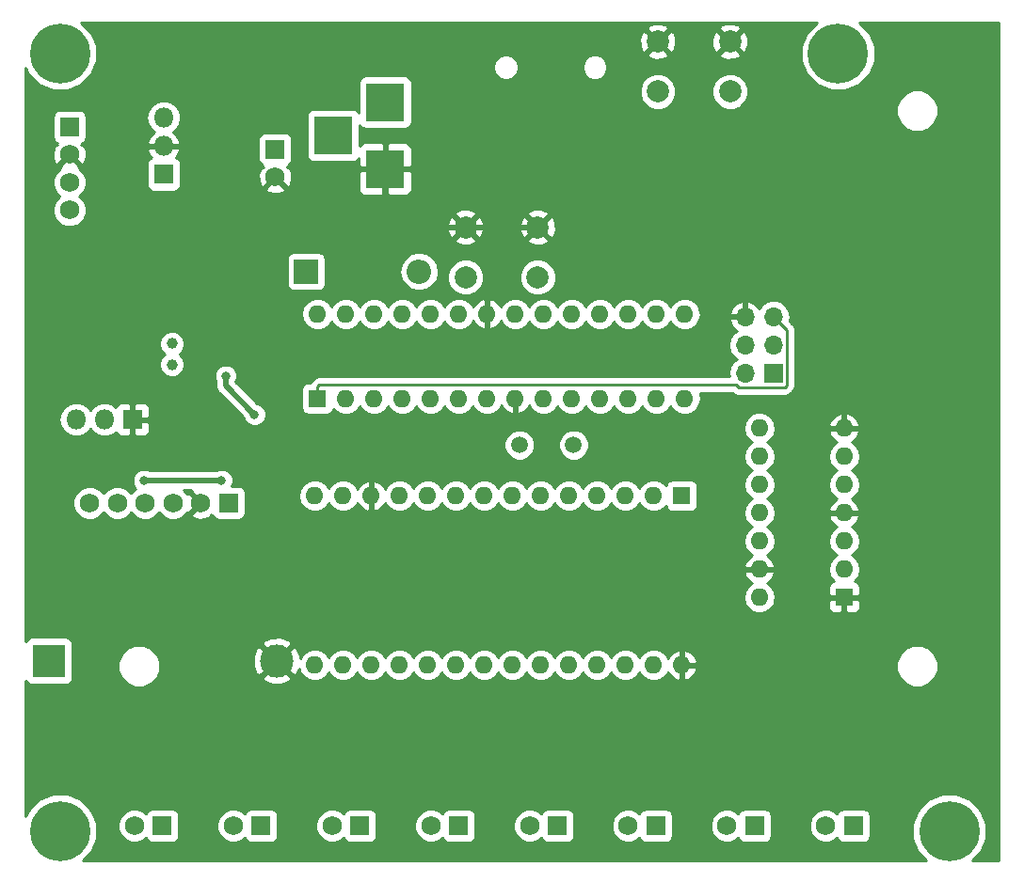
<source format=gbl>
%TF.GenerationSoftware,KiCad,Pcbnew,(5.0-dev-4122-gf60c251)*%
%TF.CreationDate,2018-06-11T17:10:56+01:00*%
%TF.ProjectId,ThermocoupleLogger,546865726D6F636F75706C654C6F6767,ca9ed02408*%
%TF.SameCoordinates,Original*%
%TF.FileFunction,Copper,L2,Bot,Signal*%
%TF.FilePolarity,Positive*%
%FSLAX46Y46*%
G04 Gerber Fmt 4.6, Leading zero omitted, Abs format (unit mm)*
G04 Created by KiCad (PCBNEW (5.0-dev-4122-gf60c251)) date Monday, 11 June 2018 at 17:10:56*
%MOMM*%
%LPD*%
G01*
G04 APERTURE LIST*
%ADD10C,5.400000*%
%ADD11C,0.800000*%
%ADD12C,1.750000*%
%ADD13R,1.750000X1.750000*%
%ADD14O,1.700000X1.700000*%
%ADD15R,1.700000X1.700000*%
%ADD16O,1.600000X1.600000*%
%ADD17R,1.600000X1.600000*%
%ADD18R,3.000000X3.000000*%
%ADD19C,3.000000*%
%ADD20O,1.800000X1.800000*%
%ADD21R,1.800000X1.800000*%
%ADD22C,2.000000*%
%ADD23O,2.200000X2.200000*%
%ADD24R,2.200000X2.200000*%
%ADD25C,1.000000*%
%ADD26C,1.500000*%
%ADD27R,3.500000X3.500000*%
%ADD28C,0.500000*%
%ADD29C,0.250000*%
%ADD30C,0.254000*%
G04 APERTURE END LIST*
D10*
X97734000Y-75890170D03*
D11*
X99759000Y-75890170D03*
X99165891Y-77322061D03*
X97734000Y-77915170D03*
X96302109Y-77322061D03*
X95709000Y-75890170D03*
X96302109Y-74458279D03*
X97734000Y-73865170D03*
X99165891Y-74458279D03*
X179166066Y-144458284D03*
X177734175Y-143865175D03*
X176302284Y-144458284D03*
X175709175Y-145890175D03*
X176302284Y-147322066D03*
X177734175Y-147915175D03*
X179166066Y-147322066D03*
X179759175Y-145890175D03*
D10*
X177734175Y-145890175D03*
D11*
X99166066Y-144458284D03*
X97734175Y-143865175D03*
X96302284Y-144458284D03*
X95709175Y-145890175D03*
X96302284Y-147322066D03*
X97734175Y-147915175D03*
X99166066Y-147322066D03*
X99759175Y-145890175D03*
D10*
X97734175Y-145890175D03*
D11*
X169166066Y-74458284D03*
X167734175Y-73865175D03*
X166302284Y-74458284D03*
X165709175Y-75890175D03*
X166302284Y-77322066D03*
X167734175Y-77915175D03*
X169166066Y-77322066D03*
X169759175Y-75890175D03*
D10*
X167734175Y-75890175D03*
D12*
X98602800Y-89973800D03*
X98602800Y-87473800D03*
X98602800Y-84973800D03*
D13*
X98602800Y-82473800D03*
D12*
X100403000Y-116332000D03*
X102903000Y-116332000D03*
X105403000Y-116332000D03*
X107903000Y-116332000D03*
X110403000Y-116332000D03*
D13*
X112903000Y-116332000D03*
D14*
X159385000Y-99568000D03*
X161925000Y-99568000D03*
X159385000Y-102108000D03*
X161925000Y-102108000D03*
X159385000Y-104648000D03*
D15*
X161925000Y-104648000D03*
D16*
X160655000Y-124841000D03*
X168275000Y-109601000D03*
X160655000Y-122301000D03*
X168275000Y-112141000D03*
X160655000Y-119761000D03*
X168275000Y-114681000D03*
X160655000Y-117221000D03*
X168275000Y-117221000D03*
X160655000Y-114681000D03*
X168275000Y-119761000D03*
X160655000Y-112141000D03*
X168275000Y-122301000D03*
X160655000Y-109601000D03*
D17*
X168275000Y-124841000D03*
D18*
X96731000Y-130556000D03*
D19*
X117221000Y-130556000D03*
D20*
X107061000Y-81661000D03*
X107061000Y-84201000D03*
D21*
X107061000Y-86741000D03*
D13*
X106934000Y-145415000D03*
D12*
X104434000Y-145415000D03*
X113324000Y-145415000D03*
D13*
X115824000Y-145415000D03*
D12*
X122214000Y-145415000D03*
D13*
X124714000Y-145415000D03*
X133604000Y-145415000D03*
D12*
X131104000Y-145415000D03*
X139994000Y-145415000D03*
D13*
X142494000Y-145415000D03*
X151344000Y-145415000D03*
D12*
X148844000Y-145415000D03*
X157734000Y-145415000D03*
D13*
X160234000Y-145415000D03*
X169124000Y-145415000D03*
D12*
X166624000Y-145415000D03*
D20*
X99187000Y-108839000D03*
X101727000Y-108839000D03*
D21*
X104267000Y-108839000D03*
D22*
X140716000Y-91512000D03*
X140716000Y-96012000D03*
X134216000Y-91512000D03*
X134216000Y-96012000D03*
D23*
X130048000Y-95504000D03*
D24*
X119888000Y-95504000D03*
D22*
X151511000Y-79303000D03*
X151511000Y-74803000D03*
X158011000Y-79303000D03*
X158011000Y-74803000D03*
D25*
X107823000Y-103886000D03*
X107823000Y-101986000D03*
D17*
X120904000Y-106934000D03*
D16*
X153924000Y-99314000D03*
X123444000Y-106934000D03*
X151384000Y-99314000D03*
X125984000Y-106934000D03*
X148844000Y-99314000D03*
X128524000Y-106934000D03*
X146304000Y-99314000D03*
X131064000Y-106934000D03*
X143764000Y-99314000D03*
X133604000Y-106934000D03*
X141224000Y-99314000D03*
X136144000Y-106934000D03*
X138684000Y-99314000D03*
X138684000Y-106934000D03*
X136144000Y-99314000D03*
X141224000Y-106934000D03*
X133604000Y-99314000D03*
X143764000Y-106934000D03*
X131064000Y-99314000D03*
X146304000Y-106934000D03*
X128524000Y-99314000D03*
X148844000Y-106934000D03*
X125984000Y-99314000D03*
X151384000Y-106934000D03*
X123444000Y-99314000D03*
X153924000Y-106934000D03*
X120904000Y-99314000D03*
D26*
X139065000Y-111125000D03*
X143945000Y-111125000D03*
D16*
X153670000Y-130937000D03*
X120650000Y-115697000D03*
X151130000Y-130937000D03*
X123190000Y-115697000D03*
X148590000Y-130937000D03*
X125730000Y-115697000D03*
X146050000Y-130937000D03*
X128270000Y-115697000D03*
X143510000Y-130937000D03*
X130810000Y-115697000D03*
X140970000Y-130937000D03*
X133350000Y-115697000D03*
X138430000Y-130937000D03*
X135890000Y-115697000D03*
X135890000Y-130937000D03*
X138430000Y-115697000D03*
X133350000Y-130937000D03*
X140970000Y-115697000D03*
X130810000Y-130937000D03*
X143510000Y-115697000D03*
X128270000Y-130937000D03*
X146050000Y-115697000D03*
X125730000Y-130937000D03*
X148590000Y-115697000D03*
X123190000Y-130937000D03*
X151130000Y-115697000D03*
X120650000Y-130937000D03*
D17*
X153670000Y-115697000D03*
D12*
X117094000Y-86995000D03*
D13*
X117094000Y-84495000D03*
D27*
X122300000Y-83264000D03*
X127000000Y-80264000D03*
X127000000Y-86264000D03*
D11*
X150368000Y-87122000D03*
X111252000Y-76200000D03*
X112776000Y-77216000D03*
X154813000Y-75946000D03*
X112014000Y-111760000D03*
X109220000Y-104775000D03*
X110236000Y-100838000D03*
X134620000Y-109347000D03*
X150495000Y-109855000D03*
X157480000Y-98298000D03*
X117221000Y-97917000D03*
X133985000Y-89027000D03*
X146050000Y-85979000D03*
X134747000Y-77470000D03*
X115241326Y-108369435D03*
X112649000Y-104902006D03*
X105283000Y-114300000D03*
X112268000Y-114300000D03*
D28*
X134216000Y-91512000D02*
X129104000Y-91512000D01*
X129104000Y-91512000D02*
X127000000Y-89408000D01*
X127000000Y-89408000D02*
X127000000Y-86264000D01*
X158011000Y-74803000D02*
X157480000Y-74803000D01*
X157353000Y-98171000D02*
X156718000Y-98298000D01*
X156972000Y-98171000D02*
X156845000Y-98171000D01*
X156845000Y-98171000D02*
X156718000Y-98298000D01*
X146050000Y-85979000D02*
X146050000Y-85217000D01*
X134216000Y-91512000D02*
X140716000Y-91512000D01*
X157480000Y-98298000D02*
X157353000Y-98171000D01*
D29*
X112014000Y-111760000D02*
X112395000Y-111760000D01*
X117221000Y-97917000D02*
X117348000Y-97790000D01*
X117348000Y-97790000D02*
X117602000Y-97790000D01*
X134874000Y-77343000D02*
X135382000Y-77470000D01*
X135382000Y-77343000D02*
X135382000Y-77470000D01*
X134747000Y-77470000D02*
X134874000Y-77343000D01*
X140716000Y-92384000D02*
X140716000Y-91512000D01*
D28*
X112649000Y-105467691D02*
X112649000Y-104902006D01*
X112649000Y-105777109D02*
X112649000Y-105467691D01*
X115241326Y-108369435D02*
X112649000Y-105777109D01*
X112268000Y-114300000D02*
X105283000Y-114300000D01*
D29*
X120904000Y-106934000D02*
X120904000Y-105884000D01*
X120904000Y-105884000D02*
X121079001Y-105708999D01*
X121079001Y-105708999D02*
X158558997Y-105708999D01*
X158558997Y-105708999D02*
X158772999Y-105923001D01*
X158772999Y-105923001D02*
X162935001Y-105923001D01*
X162935001Y-105923001D02*
X163100001Y-105758001D01*
X163100001Y-105758001D02*
X163100001Y-100743001D01*
X163100001Y-100743001D02*
X161925000Y-99568000D01*
D30*
G36*
X164906898Y-74001049D02*
X164399175Y-75226802D01*
X164399175Y-76553548D01*
X164906898Y-77779301D01*
X165845049Y-78717452D01*
X167070802Y-79225175D01*
X168397548Y-79225175D01*
X169623301Y-78717452D01*
X170561452Y-77779301D01*
X171069175Y-76553548D01*
X171069175Y-75226802D01*
X170561452Y-74001049D01*
X169635403Y-73075000D01*
X182195000Y-73075000D01*
X182195001Y-148540000D01*
X179800753Y-148540000D01*
X180561452Y-147779301D01*
X181069175Y-146553548D01*
X181069175Y-145226802D01*
X180561452Y-144001049D01*
X179623301Y-143062898D01*
X178397548Y-142555175D01*
X177070802Y-142555175D01*
X175845049Y-143062898D01*
X174906898Y-144001049D01*
X174399175Y-145226802D01*
X174399175Y-146553548D01*
X174906898Y-147779301D01*
X175667597Y-148540000D01*
X99800753Y-148540000D01*
X100561452Y-147779301D01*
X101069175Y-146553548D01*
X101069175Y-145226802D01*
X101022717Y-145114642D01*
X102924000Y-145114642D01*
X102924000Y-145715358D01*
X103153884Y-146270346D01*
X103578654Y-146695116D01*
X104133642Y-146925000D01*
X104734358Y-146925000D01*
X105289346Y-146695116D01*
X105458496Y-146525966D01*
X105460843Y-146537765D01*
X105601191Y-146747809D01*
X105811235Y-146888157D01*
X106059000Y-146937440D01*
X107809000Y-146937440D01*
X108056765Y-146888157D01*
X108266809Y-146747809D01*
X108407157Y-146537765D01*
X108456440Y-146290000D01*
X108456440Y-145114642D01*
X111814000Y-145114642D01*
X111814000Y-145715358D01*
X112043884Y-146270346D01*
X112468654Y-146695116D01*
X113023642Y-146925000D01*
X113624358Y-146925000D01*
X114179346Y-146695116D01*
X114348496Y-146525966D01*
X114350843Y-146537765D01*
X114491191Y-146747809D01*
X114701235Y-146888157D01*
X114949000Y-146937440D01*
X116699000Y-146937440D01*
X116946765Y-146888157D01*
X117156809Y-146747809D01*
X117297157Y-146537765D01*
X117346440Y-146290000D01*
X117346440Y-145114642D01*
X120704000Y-145114642D01*
X120704000Y-145715358D01*
X120933884Y-146270346D01*
X121358654Y-146695116D01*
X121913642Y-146925000D01*
X122514358Y-146925000D01*
X123069346Y-146695116D01*
X123238496Y-146525966D01*
X123240843Y-146537765D01*
X123381191Y-146747809D01*
X123591235Y-146888157D01*
X123839000Y-146937440D01*
X125589000Y-146937440D01*
X125836765Y-146888157D01*
X126046809Y-146747809D01*
X126187157Y-146537765D01*
X126236440Y-146290000D01*
X126236440Y-145114642D01*
X129594000Y-145114642D01*
X129594000Y-145715358D01*
X129823884Y-146270346D01*
X130248654Y-146695116D01*
X130803642Y-146925000D01*
X131404358Y-146925000D01*
X131959346Y-146695116D01*
X132128496Y-146525966D01*
X132130843Y-146537765D01*
X132271191Y-146747809D01*
X132481235Y-146888157D01*
X132729000Y-146937440D01*
X134479000Y-146937440D01*
X134726765Y-146888157D01*
X134936809Y-146747809D01*
X135077157Y-146537765D01*
X135126440Y-146290000D01*
X135126440Y-145114642D01*
X138484000Y-145114642D01*
X138484000Y-145715358D01*
X138713884Y-146270346D01*
X139138654Y-146695116D01*
X139693642Y-146925000D01*
X140294358Y-146925000D01*
X140849346Y-146695116D01*
X141018496Y-146525966D01*
X141020843Y-146537765D01*
X141161191Y-146747809D01*
X141371235Y-146888157D01*
X141619000Y-146937440D01*
X143369000Y-146937440D01*
X143616765Y-146888157D01*
X143826809Y-146747809D01*
X143967157Y-146537765D01*
X144016440Y-146290000D01*
X144016440Y-145114642D01*
X147334000Y-145114642D01*
X147334000Y-145715358D01*
X147563884Y-146270346D01*
X147988654Y-146695116D01*
X148543642Y-146925000D01*
X149144358Y-146925000D01*
X149699346Y-146695116D01*
X149868496Y-146525966D01*
X149870843Y-146537765D01*
X150011191Y-146747809D01*
X150221235Y-146888157D01*
X150469000Y-146937440D01*
X152219000Y-146937440D01*
X152466765Y-146888157D01*
X152676809Y-146747809D01*
X152817157Y-146537765D01*
X152866440Y-146290000D01*
X152866440Y-145114642D01*
X156224000Y-145114642D01*
X156224000Y-145715358D01*
X156453884Y-146270346D01*
X156878654Y-146695116D01*
X157433642Y-146925000D01*
X158034358Y-146925000D01*
X158589346Y-146695116D01*
X158758496Y-146525966D01*
X158760843Y-146537765D01*
X158901191Y-146747809D01*
X159111235Y-146888157D01*
X159359000Y-146937440D01*
X161109000Y-146937440D01*
X161356765Y-146888157D01*
X161566809Y-146747809D01*
X161707157Y-146537765D01*
X161756440Y-146290000D01*
X161756440Y-145114642D01*
X165114000Y-145114642D01*
X165114000Y-145715358D01*
X165343884Y-146270346D01*
X165768654Y-146695116D01*
X166323642Y-146925000D01*
X166924358Y-146925000D01*
X167479346Y-146695116D01*
X167648496Y-146525966D01*
X167650843Y-146537765D01*
X167791191Y-146747809D01*
X168001235Y-146888157D01*
X168249000Y-146937440D01*
X169999000Y-146937440D01*
X170246765Y-146888157D01*
X170456809Y-146747809D01*
X170597157Y-146537765D01*
X170646440Y-146290000D01*
X170646440Y-144540000D01*
X170597157Y-144292235D01*
X170456809Y-144082191D01*
X170246765Y-143941843D01*
X169999000Y-143892560D01*
X168249000Y-143892560D01*
X168001235Y-143941843D01*
X167791191Y-144082191D01*
X167650843Y-144292235D01*
X167648496Y-144304034D01*
X167479346Y-144134884D01*
X166924358Y-143905000D01*
X166323642Y-143905000D01*
X165768654Y-144134884D01*
X165343884Y-144559654D01*
X165114000Y-145114642D01*
X161756440Y-145114642D01*
X161756440Y-144540000D01*
X161707157Y-144292235D01*
X161566809Y-144082191D01*
X161356765Y-143941843D01*
X161109000Y-143892560D01*
X159359000Y-143892560D01*
X159111235Y-143941843D01*
X158901191Y-144082191D01*
X158760843Y-144292235D01*
X158758496Y-144304034D01*
X158589346Y-144134884D01*
X158034358Y-143905000D01*
X157433642Y-143905000D01*
X156878654Y-144134884D01*
X156453884Y-144559654D01*
X156224000Y-145114642D01*
X152866440Y-145114642D01*
X152866440Y-144540000D01*
X152817157Y-144292235D01*
X152676809Y-144082191D01*
X152466765Y-143941843D01*
X152219000Y-143892560D01*
X150469000Y-143892560D01*
X150221235Y-143941843D01*
X150011191Y-144082191D01*
X149870843Y-144292235D01*
X149868496Y-144304034D01*
X149699346Y-144134884D01*
X149144358Y-143905000D01*
X148543642Y-143905000D01*
X147988654Y-144134884D01*
X147563884Y-144559654D01*
X147334000Y-145114642D01*
X144016440Y-145114642D01*
X144016440Y-144540000D01*
X143967157Y-144292235D01*
X143826809Y-144082191D01*
X143616765Y-143941843D01*
X143369000Y-143892560D01*
X141619000Y-143892560D01*
X141371235Y-143941843D01*
X141161191Y-144082191D01*
X141020843Y-144292235D01*
X141018496Y-144304034D01*
X140849346Y-144134884D01*
X140294358Y-143905000D01*
X139693642Y-143905000D01*
X139138654Y-144134884D01*
X138713884Y-144559654D01*
X138484000Y-145114642D01*
X135126440Y-145114642D01*
X135126440Y-144540000D01*
X135077157Y-144292235D01*
X134936809Y-144082191D01*
X134726765Y-143941843D01*
X134479000Y-143892560D01*
X132729000Y-143892560D01*
X132481235Y-143941843D01*
X132271191Y-144082191D01*
X132130843Y-144292235D01*
X132128496Y-144304034D01*
X131959346Y-144134884D01*
X131404358Y-143905000D01*
X130803642Y-143905000D01*
X130248654Y-144134884D01*
X129823884Y-144559654D01*
X129594000Y-145114642D01*
X126236440Y-145114642D01*
X126236440Y-144540000D01*
X126187157Y-144292235D01*
X126046809Y-144082191D01*
X125836765Y-143941843D01*
X125589000Y-143892560D01*
X123839000Y-143892560D01*
X123591235Y-143941843D01*
X123381191Y-144082191D01*
X123240843Y-144292235D01*
X123238496Y-144304034D01*
X123069346Y-144134884D01*
X122514358Y-143905000D01*
X121913642Y-143905000D01*
X121358654Y-144134884D01*
X120933884Y-144559654D01*
X120704000Y-145114642D01*
X117346440Y-145114642D01*
X117346440Y-144540000D01*
X117297157Y-144292235D01*
X117156809Y-144082191D01*
X116946765Y-143941843D01*
X116699000Y-143892560D01*
X114949000Y-143892560D01*
X114701235Y-143941843D01*
X114491191Y-144082191D01*
X114350843Y-144292235D01*
X114348496Y-144304034D01*
X114179346Y-144134884D01*
X113624358Y-143905000D01*
X113023642Y-143905000D01*
X112468654Y-144134884D01*
X112043884Y-144559654D01*
X111814000Y-145114642D01*
X108456440Y-145114642D01*
X108456440Y-144540000D01*
X108407157Y-144292235D01*
X108266809Y-144082191D01*
X108056765Y-143941843D01*
X107809000Y-143892560D01*
X106059000Y-143892560D01*
X105811235Y-143941843D01*
X105601191Y-144082191D01*
X105460843Y-144292235D01*
X105458496Y-144304034D01*
X105289346Y-144134884D01*
X104734358Y-143905000D01*
X104133642Y-143905000D01*
X103578654Y-144134884D01*
X103153884Y-144559654D01*
X102924000Y-145114642D01*
X101022717Y-145114642D01*
X100561452Y-144001049D01*
X99623301Y-143062898D01*
X98397548Y-142555175D01*
X97070802Y-142555175D01*
X95845049Y-143062898D01*
X94906898Y-144001049D01*
X94665000Y-144585043D01*
X94665000Y-143727462D01*
X94678419Y-143660000D01*
X94665000Y-143592538D01*
X94665000Y-132351891D01*
X94773191Y-132513809D01*
X94983235Y-132654157D01*
X95231000Y-132703440D01*
X98231000Y-132703440D01*
X98478765Y-132654157D01*
X98688809Y-132513809D01*
X98829157Y-132303765D01*
X98878440Y-132056000D01*
X98878440Y-130651050D01*
X102961000Y-130651050D01*
X102961000Y-131400950D01*
X103247974Y-132093767D01*
X103778233Y-132624026D01*
X104471050Y-132911000D01*
X105220950Y-132911000D01*
X105913767Y-132624026D01*
X106444026Y-132093767D01*
X106453883Y-132069970D01*
X115886635Y-132069970D01*
X116046418Y-132388739D01*
X116837187Y-132698723D01*
X117686387Y-132682497D01*
X118395582Y-132388739D01*
X118555365Y-132069970D01*
X117221000Y-130735605D01*
X115886635Y-132069970D01*
X106453883Y-132069970D01*
X106731000Y-131400950D01*
X106731000Y-130651050D01*
X106532649Y-130172187D01*
X115078277Y-130172187D01*
X115094503Y-131021387D01*
X115388261Y-131730582D01*
X115707030Y-131890365D01*
X117041395Y-130556000D01*
X117400605Y-130556000D01*
X118734970Y-131890365D01*
X119053739Y-131730582D01*
X119246784Y-131238124D01*
X119298260Y-131496909D01*
X119615423Y-131971577D01*
X120090091Y-132288740D01*
X120508667Y-132372000D01*
X120791333Y-132372000D01*
X121209909Y-132288740D01*
X121684577Y-131971577D01*
X121920000Y-131619242D01*
X122155423Y-131971577D01*
X122630091Y-132288740D01*
X123048667Y-132372000D01*
X123331333Y-132372000D01*
X123749909Y-132288740D01*
X124224577Y-131971577D01*
X124460000Y-131619242D01*
X124695423Y-131971577D01*
X125170091Y-132288740D01*
X125588667Y-132372000D01*
X125871333Y-132372000D01*
X126289909Y-132288740D01*
X126764577Y-131971577D01*
X127000000Y-131619242D01*
X127235423Y-131971577D01*
X127710091Y-132288740D01*
X128128667Y-132372000D01*
X128411333Y-132372000D01*
X128829909Y-132288740D01*
X129304577Y-131971577D01*
X129540000Y-131619242D01*
X129775423Y-131971577D01*
X130250091Y-132288740D01*
X130668667Y-132372000D01*
X130951333Y-132372000D01*
X131369909Y-132288740D01*
X131844577Y-131971577D01*
X132080000Y-131619242D01*
X132315423Y-131971577D01*
X132790091Y-132288740D01*
X133208667Y-132372000D01*
X133491333Y-132372000D01*
X133909909Y-132288740D01*
X134384577Y-131971577D01*
X134620000Y-131619242D01*
X134855423Y-131971577D01*
X135330091Y-132288740D01*
X135748667Y-132372000D01*
X136031333Y-132372000D01*
X136449909Y-132288740D01*
X136924577Y-131971577D01*
X137160000Y-131619242D01*
X137395423Y-131971577D01*
X137870091Y-132288740D01*
X138288667Y-132372000D01*
X138571333Y-132372000D01*
X138989909Y-132288740D01*
X139464577Y-131971577D01*
X139700000Y-131619242D01*
X139935423Y-131971577D01*
X140410091Y-132288740D01*
X140828667Y-132372000D01*
X141111333Y-132372000D01*
X141529909Y-132288740D01*
X142004577Y-131971577D01*
X142240000Y-131619242D01*
X142475423Y-131971577D01*
X142950091Y-132288740D01*
X143368667Y-132372000D01*
X143651333Y-132372000D01*
X144069909Y-132288740D01*
X144544577Y-131971577D01*
X144780000Y-131619242D01*
X145015423Y-131971577D01*
X145490091Y-132288740D01*
X145908667Y-132372000D01*
X146191333Y-132372000D01*
X146609909Y-132288740D01*
X147084577Y-131971577D01*
X147320000Y-131619242D01*
X147555423Y-131971577D01*
X148030091Y-132288740D01*
X148448667Y-132372000D01*
X148731333Y-132372000D01*
X149149909Y-132288740D01*
X149624577Y-131971577D01*
X149860000Y-131619242D01*
X150095423Y-131971577D01*
X150570091Y-132288740D01*
X150988667Y-132372000D01*
X151271333Y-132372000D01*
X151689909Y-132288740D01*
X152164577Y-131971577D01*
X152420947Y-131587892D01*
X152517611Y-131792134D01*
X152932577Y-132168041D01*
X153320961Y-132328904D01*
X153543000Y-132206915D01*
X153543000Y-131064000D01*
X153797000Y-131064000D01*
X153797000Y-132206915D01*
X154019039Y-132328904D01*
X154407423Y-132168041D01*
X154822389Y-131792134D01*
X155061914Y-131286041D01*
X154940629Y-131064000D01*
X153797000Y-131064000D01*
X153543000Y-131064000D01*
X153523000Y-131064000D01*
X153523000Y-130810000D01*
X153543000Y-130810000D01*
X153543000Y-129667085D01*
X153797000Y-129667085D01*
X153797000Y-130810000D01*
X154940629Y-130810000D01*
X155027451Y-130651050D01*
X172961000Y-130651050D01*
X172961000Y-131400950D01*
X173247974Y-132093767D01*
X173778233Y-132624026D01*
X174471050Y-132911000D01*
X175220950Y-132911000D01*
X175913767Y-132624026D01*
X176444026Y-132093767D01*
X176731000Y-131400950D01*
X176731000Y-130651050D01*
X176444026Y-129958233D01*
X175913767Y-129427974D01*
X175220950Y-129141000D01*
X174471050Y-129141000D01*
X173778233Y-129427974D01*
X173247974Y-129958233D01*
X172961000Y-130651050D01*
X155027451Y-130651050D01*
X155061914Y-130587959D01*
X154822389Y-130081866D01*
X154407423Y-129705959D01*
X154019039Y-129545096D01*
X153797000Y-129667085D01*
X153543000Y-129667085D01*
X153320961Y-129545096D01*
X152932577Y-129705959D01*
X152517611Y-130081866D01*
X152420947Y-130286108D01*
X152164577Y-129902423D01*
X151689909Y-129585260D01*
X151271333Y-129502000D01*
X150988667Y-129502000D01*
X150570091Y-129585260D01*
X150095423Y-129902423D01*
X149860000Y-130254758D01*
X149624577Y-129902423D01*
X149149909Y-129585260D01*
X148731333Y-129502000D01*
X148448667Y-129502000D01*
X148030091Y-129585260D01*
X147555423Y-129902423D01*
X147320000Y-130254758D01*
X147084577Y-129902423D01*
X146609909Y-129585260D01*
X146191333Y-129502000D01*
X145908667Y-129502000D01*
X145490091Y-129585260D01*
X145015423Y-129902423D01*
X144780000Y-130254758D01*
X144544577Y-129902423D01*
X144069909Y-129585260D01*
X143651333Y-129502000D01*
X143368667Y-129502000D01*
X142950091Y-129585260D01*
X142475423Y-129902423D01*
X142240000Y-130254758D01*
X142004577Y-129902423D01*
X141529909Y-129585260D01*
X141111333Y-129502000D01*
X140828667Y-129502000D01*
X140410091Y-129585260D01*
X139935423Y-129902423D01*
X139700000Y-130254758D01*
X139464577Y-129902423D01*
X138989909Y-129585260D01*
X138571333Y-129502000D01*
X138288667Y-129502000D01*
X137870091Y-129585260D01*
X137395423Y-129902423D01*
X137160000Y-130254758D01*
X136924577Y-129902423D01*
X136449909Y-129585260D01*
X136031333Y-129502000D01*
X135748667Y-129502000D01*
X135330091Y-129585260D01*
X134855423Y-129902423D01*
X134620000Y-130254758D01*
X134384577Y-129902423D01*
X133909909Y-129585260D01*
X133491333Y-129502000D01*
X133208667Y-129502000D01*
X132790091Y-129585260D01*
X132315423Y-129902423D01*
X132080000Y-130254758D01*
X131844577Y-129902423D01*
X131369909Y-129585260D01*
X130951333Y-129502000D01*
X130668667Y-129502000D01*
X130250091Y-129585260D01*
X129775423Y-129902423D01*
X129540000Y-130254758D01*
X129304577Y-129902423D01*
X128829909Y-129585260D01*
X128411333Y-129502000D01*
X128128667Y-129502000D01*
X127710091Y-129585260D01*
X127235423Y-129902423D01*
X127000000Y-130254758D01*
X126764577Y-129902423D01*
X126289909Y-129585260D01*
X125871333Y-129502000D01*
X125588667Y-129502000D01*
X125170091Y-129585260D01*
X124695423Y-129902423D01*
X124460000Y-130254758D01*
X124224577Y-129902423D01*
X123749909Y-129585260D01*
X123331333Y-129502000D01*
X123048667Y-129502000D01*
X122630091Y-129585260D01*
X122155423Y-129902423D01*
X121920000Y-130254758D01*
X121684577Y-129902423D01*
X121209909Y-129585260D01*
X120791333Y-129502000D01*
X120508667Y-129502000D01*
X120090091Y-129585260D01*
X119615423Y-129902423D01*
X119351450Y-130297487D01*
X119347497Y-130090613D01*
X119053739Y-129381418D01*
X118734970Y-129221635D01*
X117400605Y-130556000D01*
X117041395Y-130556000D01*
X115707030Y-129221635D01*
X115388261Y-129381418D01*
X115078277Y-130172187D01*
X106532649Y-130172187D01*
X106444026Y-129958233D01*
X105913767Y-129427974D01*
X105220950Y-129141000D01*
X104471050Y-129141000D01*
X103778233Y-129427974D01*
X103247974Y-129958233D01*
X102961000Y-130651050D01*
X98878440Y-130651050D01*
X98878440Y-129056000D01*
X98875662Y-129042030D01*
X115886635Y-129042030D01*
X117221000Y-130376395D01*
X118555365Y-129042030D01*
X118395582Y-128723261D01*
X117604813Y-128413277D01*
X116755613Y-128429503D01*
X116046418Y-128723261D01*
X115886635Y-129042030D01*
X98875662Y-129042030D01*
X98829157Y-128808235D01*
X98688809Y-128598191D01*
X98478765Y-128457843D01*
X98231000Y-128408560D01*
X95231000Y-128408560D01*
X94983235Y-128457843D01*
X94773191Y-128598191D01*
X94665000Y-128760109D01*
X94665000Y-124841000D01*
X159191887Y-124841000D01*
X159303260Y-125400909D01*
X159620423Y-125875577D01*
X160095091Y-126192740D01*
X160513667Y-126276000D01*
X160796333Y-126276000D01*
X161214909Y-126192740D01*
X161689577Y-125875577D01*
X162006740Y-125400909D01*
X162061273Y-125126750D01*
X166840000Y-125126750D01*
X166840000Y-125767310D01*
X166936673Y-126000699D01*
X167115302Y-126179327D01*
X167348691Y-126276000D01*
X167989250Y-126276000D01*
X168148000Y-126117250D01*
X168148000Y-124968000D01*
X168402000Y-124968000D01*
X168402000Y-126117250D01*
X168560750Y-126276000D01*
X169201309Y-126276000D01*
X169434698Y-126179327D01*
X169613327Y-126000699D01*
X169710000Y-125767310D01*
X169710000Y-125126750D01*
X169551250Y-124968000D01*
X168402000Y-124968000D01*
X168148000Y-124968000D01*
X166998750Y-124968000D01*
X166840000Y-125126750D01*
X162061273Y-125126750D01*
X162118113Y-124841000D01*
X162006740Y-124281091D01*
X161689577Y-123806423D01*
X161305892Y-123550053D01*
X161510134Y-123453389D01*
X161886041Y-123038423D01*
X162046904Y-122650039D01*
X161924915Y-122428000D01*
X160782000Y-122428000D01*
X160782000Y-122448000D01*
X160528000Y-122448000D01*
X160528000Y-122428000D01*
X159385085Y-122428000D01*
X159263096Y-122650039D01*
X159423959Y-123038423D01*
X159799866Y-123453389D01*
X160004108Y-123550053D01*
X159620423Y-123806423D01*
X159303260Y-124281091D01*
X159191887Y-124841000D01*
X94665000Y-124841000D01*
X94665000Y-116031642D01*
X98893000Y-116031642D01*
X98893000Y-116632358D01*
X99122884Y-117187346D01*
X99547654Y-117612116D01*
X100102642Y-117842000D01*
X100703358Y-117842000D01*
X101258346Y-117612116D01*
X101653000Y-117217462D01*
X102047654Y-117612116D01*
X102602642Y-117842000D01*
X103203358Y-117842000D01*
X103758346Y-117612116D01*
X104153000Y-117217462D01*
X104547654Y-117612116D01*
X105102642Y-117842000D01*
X105703358Y-117842000D01*
X106258346Y-117612116D01*
X106653000Y-117217462D01*
X107047654Y-117612116D01*
X107602642Y-117842000D01*
X108203358Y-117842000D01*
X108758346Y-117612116D01*
X109183116Y-117187346D01*
X109192121Y-117165606D01*
X109340940Y-117214455D01*
X110223395Y-116332000D01*
X109340940Y-115449545D01*
X109192121Y-115498394D01*
X109183116Y-115476654D01*
X108891462Y-115185000D01*
X109548426Y-115185000D01*
X109520545Y-115269940D01*
X110403000Y-116152395D01*
X110417143Y-116138253D01*
X110596748Y-116317858D01*
X110582605Y-116332000D01*
X110596748Y-116346143D01*
X110417143Y-116525748D01*
X110403000Y-116511605D01*
X109520545Y-117394060D01*
X109603884Y-117647953D01*
X110168306Y-117853590D01*
X110768458Y-117827579D01*
X111202116Y-117647953D01*
X111285454Y-117394062D01*
X111400086Y-117508694D01*
X111439525Y-117469255D01*
X111570191Y-117664809D01*
X111780235Y-117805157D01*
X112028000Y-117854440D01*
X113778000Y-117854440D01*
X114025765Y-117805157D01*
X114235809Y-117664809D01*
X114376157Y-117454765D01*
X114425440Y-117207000D01*
X114425440Y-115697000D01*
X119186887Y-115697000D01*
X119298260Y-116256909D01*
X119615423Y-116731577D01*
X120090091Y-117048740D01*
X120508667Y-117132000D01*
X120791333Y-117132000D01*
X121209909Y-117048740D01*
X121684577Y-116731577D01*
X121920000Y-116379242D01*
X122155423Y-116731577D01*
X122630091Y-117048740D01*
X123048667Y-117132000D01*
X123331333Y-117132000D01*
X123749909Y-117048740D01*
X124224577Y-116731577D01*
X124480947Y-116347892D01*
X124577611Y-116552134D01*
X124992577Y-116928041D01*
X125380961Y-117088904D01*
X125603000Y-116966915D01*
X125603000Y-115824000D01*
X125583000Y-115824000D01*
X125583000Y-115570000D01*
X125603000Y-115570000D01*
X125603000Y-114427085D01*
X125857000Y-114427085D01*
X125857000Y-115570000D01*
X125877000Y-115570000D01*
X125877000Y-115824000D01*
X125857000Y-115824000D01*
X125857000Y-116966915D01*
X126079039Y-117088904D01*
X126467423Y-116928041D01*
X126882389Y-116552134D01*
X126979053Y-116347892D01*
X127235423Y-116731577D01*
X127710091Y-117048740D01*
X128128667Y-117132000D01*
X128411333Y-117132000D01*
X128829909Y-117048740D01*
X129304577Y-116731577D01*
X129540000Y-116379242D01*
X129775423Y-116731577D01*
X130250091Y-117048740D01*
X130668667Y-117132000D01*
X130951333Y-117132000D01*
X131369909Y-117048740D01*
X131844577Y-116731577D01*
X132080000Y-116379242D01*
X132315423Y-116731577D01*
X132790091Y-117048740D01*
X133208667Y-117132000D01*
X133491333Y-117132000D01*
X133909909Y-117048740D01*
X134384577Y-116731577D01*
X134620000Y-116379242D01*
X134855423Y-116731577D01*
X135330091Y-117048740D01*
X135748667Y-117132000D01*
X136031333Y-117132000D01*
X136449909Y-117048740D01*
X136924577Y-116731577D01*
X137160000Y-116379242D01*
X137395423Y-116731577D01*
X137870091Y-117048740D01*
X138288667Y-117132000D01*
X138571333Y-117132000D01*
X138989909Y-117048740D01*
X139464577Y-116731577D01*
X139700000Y-116379242D01*
X139935423Y-116731577D01*
X140410091Y-117048740D01*
X140828667Y-117132000D01*
X141111333Y-117132000D01*
X141529909Y-117048740D01*
X142004577Y-116731577D01*
X142240000Y-116379242D01*
X142475423Y-116731577D01*
X142950091Y-117048740D01*
X143368667Y-117132000D01*
X143651333Y-117132000D01*
X144069909Y-117048740D01*
X144544577Y-116731577D01*
X144780000Y-116379242D01*
X145015423Y-116731577D01*
X145490091Y-117048740D01*
X145908667Y-117132000D01*
X146191333Y-117132000D01*
X146609909Y-117048740D01*
X147084577Y-116731577D01*
X147320000Y-116379242D01*
X147555423Y-116731577D01*
X148030091Y-117048740D01*
X148448667Y-117132000D01*
X148731333Y-117132000D01*
X149149909Y-117048740D01*
X149624577Y-116731577D01*
X149860000Y-116379242D01*
X150095423Y-116731577D01*
X150570091Y-117048740D01*
X150988667Y-117132000D01*
X151271333Y-117132000D01*
X151689909Y-117048740D01*
X152164577Y-116731577D01*
X152245215Y-116610894D01*
X152271843Y-116744765D01*
X152412191Y-116954809D01*
X152622235Y-117095157D01*
X152870000Y-117144440D01*
X154470000Y-117144440D01*
X154717765Y-117095157D01*
X154927809Y-116954809D01*
X155068157Y-116744765D01*
X155117440Y-116497000D01*
X155117440Y-114897000D01*
X155068157Y-114649235D01*
X154927809Y-114439191D01*
X154717765Y-114298843D01*
X154470000Y-114249560D01*
X152870000Y-114249560D01*
X152622235Y-114298843D01*
X152412191Y-114439191D01*
X152271843Y-114649235D01*
X152245215Y-114783106D01*
X152164577Y-114662423D01*
X151689909Y-114345260D01*
X151271333Y-114262000D01*
X150988667Y-114262000D01*
X150570091Y-114345260D01*
X150095423Y-114662423D01*
X149860000Y-115014758D01*
X149624577Y-114662423D01*
X149149909Y-114345260D01*
X148731333Y-114262000D01*
X148448667Y-114262000D01*
X148030091Y-114345260D01*
X147555423Y-114662423D01*
X147320000Y-115014758D01*
X147084577Y-114662423D01*
X146609909Y-114345260D01*
X146191333Y-114262000D01*
X145908667Y-114262000D01*
X145490091Y-114345260D01*
X145015423Y-114662423D01*
X144780000Y-115014758D01*
X144544577Y-114662423D01*
X144069909Y-114345260D01*
X143651333Y-114262000D01*
X143368667Y-114262000D01*
X142950091Y-114345260D01*
X142475423Y-114662423D01*
X142240000Y-115014758D01*
X142004577Y-114662423D01*
X141529909Y-114345260D01*
X141111333Y-114262000D01*
X140828667Y-114262000D01*
X140410091Y-114345260D01*
X139935423Y-114662423D01*
X139700000Y-115014758D01*
X139464577Y-114662423D01*
X138989909Y-114345260D01*
X138571333Y-114262000D01*
X138288667Y-114262000D01*
X137870091Y-114345260D01*
X137395423Y-114662423D01*
X137160000Y-115014758D01*
X136924577Y-114662423D01*
X136449909Y-114345260D01*
X136031333Y-114262000D01*
X135748667Y-114262000D01*
X135330091Y-114345260D01*
X134855423Y-114662423D01*
X134620000Y-115014758D01*
X134384577Y-114662423D01*
X133909909Y-114345260D01*
X133491333Y-114262000D01*
X133208667Y-114262000D01*
X132790091Y-114345260D01*
X132315423Y-114662423D01*
X132080000Y-115014758D01*
X131844577Y-114662423D01*
X131369909Y-114345260D01*
X130951333Y-114262000D01*
X130668667Y-114262000D01*
X130250091Y-114345260D01*
X129775423Y-114662423D01*
X129540000Y-115014758D01*
X129304577Y-114662423D01*
X128829909Y-114345260D01*
X128411333Y-114262000D01*
X128128667Y-114262000D01*
X127710091Y-114345260D01*
X127235423Y-114662423D01*
X126979053Y-115046108D01*
X126882389Y-114841866D01*
X126467423Y-114465959D01*
X126079039Y-114305096D01*
X125857000Y-114427085D01*
X125603000Y-114427085D01*
X125380961Y-114305096D01*
X124992577Y-114465959D01*
X124577611Y-114841866D01*
X124480947Y-115046108D01*
X124224577Y-114662423D01*
X123749909Y-114345260D01*
X123331333Y-114262000D01*
X123048667Y-114262000D01*
X122630091Y-114345260D01*
X122155423Y-114662423D01*
X121920000Y-115014758D01*
X121684577Y-114662423D01*
X121209909Y-114345260D01*
X120791333Y-114262000D01*
X120508667Y-114262000D01*
X120090091Y-114345260D01*
X119615423Y-114662423D01*
X119298260Y-115137091D01*
X119186887Y-115697000D01*
X114425440Y-115697000D01*
X114425440Y-115457000D01*
X114376157Y-115209235D01*
X114235809Y-114999191D01*
X114025765Y-114858843D01*
X113778000Y-114809560D01*
X113177209Y-114809560D01*
X113303000Y-114505874D01*
X113303000Y-114094126D01*
X113145431Y-113713720D01*
X112854280Y-113422569D01*
X112473874Y-113265000D01*
X112062126Y-113265000D01*
X111699993Y-113415000D01*
X105851007Y-113415000D01*
X105488874Y-113265000D01*
X105077126Y-113265000D01*
X104696720Y-113422569D01*
X104405569Y-113713720D01*
X104248000Y-114094126D01*
X104248000Y-114505874D01*
X104405569Y-114886280D01*
X104564284Y-115044995D01*
X104547654Y-115051884D01*
X104153000Y-115446538D01*
X103758346Y-115051884D01*
X103203358Y-114822000D01*
X102602642Y-114822000D01*
X102047654Y-115051884D01*
X101653000Y-115446538D01*
X101258346Y-115051884D01*
X100703358Y-114822000D01*
X100102642Y-114822000D01*
X99547654Y-115051884D01*
X99122884Y-115476654D01*
X98893000Y-116031642D01*
X94665000Y-116031642D01*
X94665000Y-110849506D01*
X137680000Y-110849506D01*
X137680000Y-111400494D01*
X137890853Y-111909540D01*
X138280460Y-112299147D01*
X138789506Y-112510000D01*
X139340494Y-112510000D01*
X139849540Y-112299147D01*
X140239147Y-111909540D01*
X140450000Y-111400494D01*
X140450000Y-110849506D01*
X142560000Y-110849506D01*
X142560000Y-111400494D01*
X142770853Y-111909540D01*
X143160460Y-112299147D01*
X143669506Y-112510000D01*
X144220494Y-112510000D01*
X144729540Y-112299147D01*
X145119147Y-111909540D01*
X145330000Y-111400494D01*
X145330000Y-110849506D01*
X145119147Y-110340460D01*
X144729540Y-109950853D01*
X144220494Y-109740000D01*
X143669506Y-109740000D01*
X143160460Y-109950853D01*
X142770853Y-110340460D01*
X142560000Y-110849506D01*
X140450000Y-110849506D01*
X140239147Y-110340460D01*
X139849540Y-109950853D01*
X139340494Y-109740000D01*
X138789506Y-109740000D01*
X138280460Y-109950853D01*
X137890853Y-110340460D01*
X137680000Y-110849506D01*
X94665000Y-110849506D01*
X94665000Y-108839000D01*
X97621928Y-108839000D01*
X97741062Y-109437927D01*
X98080327Y-109945673D01*
X98588073Y-110284938D01*
X99035818Y-110374000D01*
X99338182Y-110374000D01*
X99785927Y-110284938D01*
X100293673Y-109945673D01*
X100457000Y-109701237D01*
X100620327Y-109945673D01*
X101128073Y-110284938D01*
X101575818Y-110374000D01*
X101878182Y-110374000D01*
X102325927Y-110284938D01*
X102780112Y-109981462D01*
X102828673Y-110098699D01*
X103007302Y-110277327D01*
X103240691Y-110374000D01*
X103981250Y-110374000D01*
X104140000Y-110215250D01*
X104140000Y-108966000D01*
X104394000Y-108966000D01*
X104394000Y-110215250D01*
X104552750Y-110374000D01*
X105293309Y-110374000D01*
X105526698Y-110277327D01*
X105705327Y-110098699D01*
X105802000Y-109865310D01*
X105802000Y-109601000D01*
X159191887Y-109601000D01*
X159303260Y-110160909D01*
X159620423Y-110635577D01*
X159972758Y-110871000D01*
X159620423Y-111106423D01*
X159303260Y-111581091D01*
X159191887Y-112141000D01*
X159303260Y-112700909D01*
X159620423Y-113175577D01*
X159972758Y-113411000D01*
X159620423Y-113646423D01*
X159303260Y-114121091D01*
X159191887Y-114681000D01*
X159303260Y-115240909D01*
X159620423Y-115715577D01*
X159972758Y-115951000D01*
X159620423Y-116186423D01*
X159303260Y-116661091D01*
X159191887Y-117221000D01*
X159303260Y-117780909D01*
X159620423Y-118255577D01*
X159972758Y-118491000D01*
X159620423Y-118726423D01*
X159303260Y-119201091D01*
X159191887Y-119761000D01*
X159303260Y-120320909D01*
X159620423Y-120795577D01*
X160004108Y-121051947D01*
X159799866Y-121148611D01*
X159423959Y-121563577D01*
X159263096Y-121951961D01*
X159385085Y-122174000D01*
X160528000Y-122174000D01*
X160528000Y-122154000D01*
X160782000Y-122154000D01*
X160782000Y-122174000D01*
X161924915Y-122174000D01*
X162046904Y-121951961D01*
X161886041Y-121563577D01*
X161510134Y-121148611D01*
X161305892Y-121051947D01*
X161689577Y-120795577D01*
X162006740Y-120320909D01*
X162118113Y-119761000D01*
X166811887Y-119761000D01*
X166923260Y-120320909D01*
X167240423Y-120795577D01*
X167592758Y-121031000D01*
X167240423Y-121266423D01*
X166923260Y-121741091D01*
X166811887Y-122301000D01*
X166923260Y-122860909D01*
X167240423Y-123335577D01*
X167346918Y-123406735D01*
X167115302Y-123502673D01*
X166936673Y-123681301D01*
X166840000Y-123914690D01*
X166840000Y-124555250D01*
X166998750Y-124714000D01*
X168148000Y-124714000D01*
X168148000Y-124694000D01*
X168402000Y-124694000D01*
X168402000Y-124714000D01*
X169551250Y-124714000D01*
X169710000Y-124555250D01*
X169710000Y-123914690D01*
X169613327Y-123681301D01*
X169434698Y-123502673D01*
X169203082Y-123406735D01*
X169309577Y-123335577D01*
X169626740Y-122860909D01*
X169738113Y-122301000D01*
X169626740Y-121741091D01*
X169309577Y-121266423D01*
X168957242Y-121031000D01*
X169309577Y-120795577D01*
X169626740Y-120320909D01*
X169738113Y-119761000D01*
X169626740Y-119201091D01*
X169309577Y-118726423D01*
X168925892Y-118470053D01*
X169130134Y-118373389D01*
X169506041Y-117958423D01*
X169666904Y-117570039D01*
X169544915Y-117348000D01*
X168402000Y-117348000D01*
X168402000Y-117368000D01*
X168148000Y-117368000D01*
X168148000Y-117348000D01*
X167005085Y-117348000D01*
X166883096Y-117570039D01*
X167043959Y-117958423D01*
X167419866Y-118373389D01*
X167624108Y-118470053D01*
X167240423Y-118726423D01*
X166923260Y-119201091D01*
X166811887Y-119761000D01*
X162118113Y-119761000D01*
X162006740Y-119201091D01*
X161689577Y-118726423D01*
X161337242Y-118491000D01*
X161689577Y-118255577D01*
X162006740Y-117780909D01*
X162118113Y-117221000D01*
X162006740Y-116661091D01*
X161689577Y-116186423D01*
X161337242Y-115951000D01*
X161689577Y-115715577D01*
X162006740Y-115240909D01*
X162118113Y-114681000D01*
X162006740Y-114121091D01*
X161689577Y-113646423D01*
X161337242Y-113411000D01*
X161689577Y-113175577D01*
X162006740Y-112700909D01*
X162118113Y-112141000D01*
X166811887Y-112141000D01*
X166923260Y-112700909D01*
X167240423Y-113175577D01*
X167592758Y-113411000D01*
X167240423Y-113646423D01*
X166923260Y-114121091D01*
X166811887Y-114681000D01*
X166923260Y-115240909D01*
X167240423Y-115715577D01*
X167624108Y-115971947D01*
X167419866Y-116068611D01*
X167043959Y-116483577D01*
X166883096Y-116871961D01*
X167005085Y-117094000D01*
X168148000Y-117094000D01*
X168148000Y-117074000D01*
X168402000Y-117074000D01*
X168402000Y-117094000D01*
X169544915Y-117094000D01*
X169666904Y-116871961D01*
X169506041Y-116483577D01*
X169130134Y-116068611D01*
X168925892Y-115971947D01*
X169309577Y-115715577D01*
X169626740Y-115240909D01*
X169738113Y-114681000D01*
X169626740Y-114121091D01*
X169309577Y-113646423D01*
X168957242Y-113411000D01*
X169309577Y-113175577D01*
X169626740Y-112700909D01*
X169738113Y-112141000D01*
X169626740Y-111581091D01*
X169309577Y-111106423D01*
X168925892Y-110850053D01*
X169130134Y-110753389D01*
X169506041Y-110338423D01*
X169666904Y-109950039D01*
X169544915Y-109728000D01*
X168402000Y-109728000D01*
X168402000Y-109748000D01*
X168148000Y-109748000D01*
X168148000Y-109728000D01*
X167005085Y-109728000D01*
X166883096Y-109950039D01*
X167043959Y-110338423D01*
X167419866Y-110753389D01*
X167624108Y-110850053D01*
X167240423Y-111106423D01*
X166923260Y-111581091D01*
X166811887Y-112141000D01*
X162118113Y-112141000D01*
X162006740Y-111581091D01*
X161689577Y-111106423D01*
X161337242Y-110871000D01*
X161689577Y-110635577D01*
X162006740Y-110160909D01*
X162118113Y-109601000D01*
X162048685Y-109251961D01*
X166883096Y-109251961D01*
X167005085Y-109474000D01*
X168148000Y-109474000D01*
X168148000Y-108330371D01*
X168402000Y-108330371D01*
X168402000Y-109474000D01*
X169544915Y-109474000D01*
X169666904Y-109251961D01*
X169506041Y-108863577D01*
X169130134Y-108448611D01*
X168624041Y-108209086D01*
X168402000Y-108330371D01*
X168148000Y-108330371D01*
X167925959Y-108209086D01*
X167419866Y-108448611D01*
X167043959Y-108863577D01*
X166883096Y-109251961D01*
X162048685Y-109251961D01*
X162006740Y-109041091D01*
X161689577Y-108566423D01*
X161214909Y-108249260D01*
X160796333Y-108166000D01*
X160513667Y-108166000D01*
X160095091Y-108249260D01*
X159620423Y-108566423D01*
X159303260Y-109041091D01*
X159191887Y-109601000D01*
X105802000Y-109601000D01*
X105802000Y-109124750D01*
X105643250Y-108966000D01*
X104394000Y-108966000D01*
X104140000Y-108966000D01*
X104120000Y-108966000D01*
X104120000Y-108712000D01*
X104140000Y-108712000D01*
X104140000Y-107462750D01*
X104394000Y-107462750D01*
X104394000Y-108712000D01*
X105643250Y-108712000D01*
X105802000Y-108553250D01*
X105802000Y-107812690D01*
X105705327Y-107579301D01*
X105526698Y-107400673D01*
X105293309Y-107304000D01*
X104552750Y-107304000D01*
X104394000Y-107462750D01*
X104140000Y-107462750D01*
X103981250Y-107304000D01*
X103240691Y-107304000D01*
X103007302Y-107400673D01*
X102828673Y-107579301D01*
X102780112Y-107696538D01*
X102325927Y-107393062D01*
X101878182Y-107304000D01*
X101575818Y-107304000D01*
X101128073Y-107393062D01*
X100620327Y-107732327D01*
X100457000Y-107976763D01*
X100293673Y-107732327D01*
X99785927Y-107393062D01*
X99338182Y-107304000D01*
X99035818Y-107304000D01*
X98588073Y-107393062D01*
X98080327Y-107732327D01*
X97741062Y-108240073D01*
X97621928Y-108839000D01*
X94665000Y-108839000D01*
X94665000Y-101760234D01*
X106688000Y-101760234D01*
X106688000Y-102211766D01*
X106860793Y-102628926D01*
X107167867Y-102936000D01*
X106860793Y-103243074D01*
X106688000Y-103660234D01*
X106688000Y-104111766D01*
X106860793Y-104528926D01*
X107180074Y-104848207D01*
X107597234Y-105021000D01*
X108048766Y-105021000D01*
X108465926Y-104848207D01*
X108618001Y-104696132D01*
X111614000Y-104696132D01*
X111614000Y-105107880D01*
X111764000Y-105470013D01*
X111764000Y-105689948D01*
X111746663Y-105777109D01*
X111764000Y-105864270D01*
X111764000Y-105864273D01*
X111815348Y-106122418D01*
X112010951Y-106415158D01*
X112084847Y-106464534D01*
X114213895Y-108593583D01*
X114363895Y-108955715D01*
X114655046Y-109246866D01*
X115035452Y-109404435D01*
X115447200Y-109404435D01*
X115827606Y-109246866D01*
X116118757Y-108955715D01*
X116276326Y-108575309D01*
X116276326Y-108163561D01*
X116118757Y-107783155D01*
X115827606Y-107492004D01*
X115465474Y-107342004D01*
X114257470Y-106134000D01*
X119456560Y-106134000D01*
X119456560Y-107734000D01*
X119505843Y-107981765D01*
X119646191Y-108191809D01*
X119856235Y-108332157D01*
X120104000Y-108381440D01*
X121704000Y-108381440D01*
X121951765Y-108332157D01*
X122161809Y-108191809D01*
X122302157Y-107981765D01*
X122328785Y-107847894D01*
X122409423Y-107968577D01*
X122884091Y-108285740D01*
X123302667Y-108369000D01*
X123585333Y-108369000D01*
X124003909Y-108285740D01*
X124478577Y-107968577D01*
X124714000Y-107616242D01*
X124949423Y-107968577D01*
X125424091Y-108285740D01*
X125842667Y-108369000D01*
X126125333Y-108369000D01*
X126543909Y-108285740D01*
X127018577Y-107968577D01*
X127254000Y-107616242D01*
X127489423Y-107968577D01*
X127964091Y-108285740D01*
X128382667Y-108369000D01*
X128665333Y-108369000D01*
X129083909Y-108285740D01*
X129558577Y-107968577D01*
X129794000Y-107616242D01*
X130029423Y-107968577D01*
X130504091Y-108285740D01*
X130922667Y-108369000D01*
X131205333Y-108369000D01*
X131623909Y-108285740D01*
X132098577Y-107968577D01*
X132334000Y-107616242D01*
X132569423Y-107968577D01*
X133044091Y-108285740D01*
X133462667Y-108369000D01*
X133745333Y-108369000D01*
X134163909Y-108285740D01*
X134638577Y-107968577D01*
X134874000Y-107616242D01*
X135109423Y-107968577D01*
X135584091Y-108285740D01*
X136002667Y-108369000D01*
X136285333Y-108369000D01*
X136703909Y-108285740D01*
X137178577Y-107968577D01*
X137434947Y-107584892D01*
X137531611Y-107789134D01*
X137946577Y-108165041D01*
X138334961Y-108325904D01*
X138557000Y-108203915D01*
X138557000Y-107061000D01*
X138537000Y-107061000D01*
X138537000Y-106807000D01*
X138557000Y-106807000D01*
X138557000Y-106787000D01*
X138811000Y-106787000D01*
X138811000Y-106807000D01*
X138831000Y-106807000D01*
X138831000Y-107061000D01*
X138811000Y-107061000D01*
X138811000Y-108203915D01*
X139033039Y-108325904D01*
X139421423Y-108165041D01*
X139836389Y-107789134D01*
X139933053Y-107584892D01*
X140189423Y-107968577D01*
X140664091Y-108285740D01*
X141082667Y-108369000D01*
X141365333Y-108369000D01*
X141783909Y-108285740D01*
X142258577Y-107968577D01*
X142494000Y-107616242D01*
X142729423Y-107968577D01*
X143204091Y-108285740D01*
X143622667Y-108369000D01*
X143905333Y-108369000D01*
X144323909Y-108285740D01*
X144798577Y-107968577D01*
X145034000Y-107616242D01*
X145269423Y-107968577D01*
X145744091Y-108285740D01*
X146162667Y-108369000D01*
X146445333Y-108369000D01*
X146863909Y-108285740D01*
X147338577Y-107968577D01*
X147574000Y-107616242D01*
X147809423Y-107968577D01*
X148284091Y-108285740D01*
X148702667Y-108369000D01*
X148985333Y-108369000D01*
X149403909Y-108285740D01*
X149878577Y-107968577D01*
X150114000Y-107616242D01*
X150349423Y-107968577D01*
X150824091Y-108285740D01*
X151242667Y-108369000D01*
X151525333Y-108369000D01*
X151943909Y-108285740D01*
X152418577Y-107968577D01*
X152654000Y-107616242D01*
X152889423Y-107968577D01*
X153364091Y-108285740D01*
X153782667Y-108369000D01*
X154065333Y-108369000D01*
X154483909Y-108285740D01*
X154958577Y-107968577D01*
X155275740Y-107493909D01*
X155387113Y-106934000D01*
X155294618Y-106468999D01*
X158223780Y-106468999D01*
X158225070Y-106470930D01*
X158476462Y-106638905D01*
X158698147Y-106683001D01*
X158698151Y-106683001D01*
X158772999Y-106697889D01*
X158847847Y-106683001D01*
X162860154Y-106683001D01*
X162935001Y-106697889D01*
X163009848Y-106683001D01*
X163009853Y-106683001D01*
X163231538Y-106638905D01*
X163482930Y-106470930D01*
X163525332Y-106407471D01*
X163584471Y-106348332D01*
X163647930Y-106305930D01*
X163815905Y-106054538D01*
X163860001Y-105832853D01*
X163860001Y-105832849D01*
X163874889Y-105758002D01*
X163860001Y-105683155D01*
X163860001Y-100817847D01*
X163874889Y-100743000D01*
X163860001Y-100668153D01*
X163860001Y-100668149D01*
X163815905Y-100446464D01*
X163750499Y-100348577D01*
X163690330Y-100258527D01*
X163690328Y-100258525D01*
X163647930Y-100195072D01*
X163584477Y-100152674D01*
X163366209Y-99934407D01*
X163439092Y-99568000D01*
X163323839Y-98988582D01*
X162995625Y-98497375D01*
X162504418Y-98169161D01*
X162071256Y-98083000D01*
X161778744Y-98083000D01*
X161345582Y-98169161D01*
X160854375Y-98497375D01*
X160653647Y-98797786D01*
X160266358Y-98372817D01*
X159741892Y-98126514D01*
X159512000Y-98247181D01*
X159512000Y-99441000D01*
X159532000Y-99441000D01*
X159532000Y-99695000D01*
X159512000Y-99695000D01*
X159512000Y-99715000D01*
X159258000Y-99715000D01*
X159258000Y-99695000D01*
X158064845Y-99695000D01*
X157943524Y-99924890D01*
X158113355Y-100334924D01*
X158503642Y-100763183D01*
X158633478Y-100824157D01*
X158314375Y-101037375D01*
X157986161Y-101528582D01*
X157870908Y-102108000D01*
X157986161Y-102687418D01*
X158314375Y-103178625D01*
X158612761Y-103378000D01*
X158314375Y-103577375D01*
X157986161Y-104068582D01*
X157870908Y-104648000D01*
X157930780Y-104948999D01*
X121153849Y-104948999D01*
X121079001Y-104934111D01*
X121004153Y-104948999D01*
X121004149Y-104948999D01*
X120782464Y-104993095D01*
X120531072Y-105161070D01*
X120488670Y-105224529D01*
X120419528Y-105293671D01*
X120356072Y-105336071D01*
X120313672Y-105399527D01*
X120313671Y-105399528D01*
X120255518Y-105486560D01*
X120104000Y-105486560D01*
X119856235Y-105535843D01*
X119646191Y-105676191D01*
X119505843Y-105886235D01*
X119456560Y-106134000D01*
X114257470Y-106134000D01*
X113551422Y-105427953D01*
X113684000Y-105107880D01*
X113684000Y-104696132D01*
X113526431Y-104315726D01*
X113235280Y-104024575D01*
X112854874Y-103867006D01*
X112443126Y-103867006D01*
X112062720Y-104024575D01*
X111771569Y-104315726D01*
X111614000Y-104696132D01*
X108618001Y-104696132D01*
X108785207Y-104528926D01*
X108958000Y-104111766D01*
X108958000Y-103660234D01*
X108785207Y-103243074D01*
X108478133Y-102936000D01*
X108785207Y-102628926D01*
X108958000Y-102211766D01*
X108958000Y-101760234D01*
X108785207Y-101343074D01*
X108465926Y-101023793D01*
X108048766Y-100851000D01*
X107597234Y-100851000D01*
X107180074Y-101023793D01*
X106860793Y-101343074D01*
X106688000Y-101760234D01*
X94665000Y-101760234D01*
X94665000Y-99314000D01*
X119440887Y-99314000D01*
X119552260Y-99873909D01*
X119869423Y-100348577D01*
X120344091Y-100665740D01*
X120762667Y-100749000D01*
X121045333Y-100749000D01*
X121463909Y-100665740D01*
X121938577Y-100348577D01*
X122174000Y-99996242D01*
X122409423Y-100348577D01*
X122884091Y-100665740D01*
X123302667Y-100749000D01*
X123585333Y-100749000D01*
X124003909Y-100665740D01*
X124478577Y-100348577D01*
X124714000Y-99996242D01*
X124949423Y-100348577D01*
X125424091Y-100665740D01*
X125842667Y-100749000D01*
X126125333Y-100749000D01*
X126543909Y-100665740D01*
X127018577Y-100348577D01*
X127254000Y-99996242D01*
X127489423Y-100348577D01*
X127964091Y-100665740D01*
X128382667Y-100749000D01*
X128665333Y-100749000D01*
X129083909Y-100665740D01*
X129558577Y-100348577D01*
X129794000Y-99996242D01*
X130029423Y-100348577D01*
X130504091Y-100665740D01*
X130922667Y-100749000D01*
X131205333Y-100749000D01*
X131623909Y-100665740D01*
X132098577Y-100348577D01*
X132334000Y-99996242D01*
X132569423Y-100348577D01*
X133044091Y-100665740D01*
X133462667Y-100749000D01*
X133745333Y-100749000D01*
X134163909Y-100665740D01*
X134638577Y-100348577D01*
X134894947Y-99964892D01*
X134991611Y-100169134D01*
X135406577Y-100545041D01*
X135794961Y-100705904D01*
X136017000Y-100583915D01*
X136017000Y-99441000D01*
X135997000Y-99441000D01*
X135997000Y-99187000D01*
X136017000Y-99187000D01*
X136017000Y-98044085D01*
X136271000Y-98044085D01*
X136271000Y-99187000D01*
X136291000Y-99187000D01*
X136291000Y-99441000D01*
X136271000Y-99441000D01*
X136271000Y-100583915D01*
X136493039Y-100705904D01*
X136881423Y-100545041D01*
X137296389Y-100169134D01*
X137393053Y-99964892D01*
X137649423Y-100348577D01*
X138124091Y-100665740D01*
X138542667Y-100749000D01*
X138825333Y-100749000D01*
X139243909Y-100665740D01*
X139718577Y-100348577D01*
X139954000Y-99996242D01*
X140189423Y-100348577D01*
X140664091Y-100665740D01*
X141082667Y-100749000D01*
X141365333Y-100749000D01*
X141783909Y-100665740D01*
X142258577Y-100348577D01*
X142494000Y-99996242D01*
X142729423Y-100348577D01*
X143204091Y-100665740D01*
X143622667Y-100749000D01*
X143905333Y-100749000D01*
X144323909Y-100665740D01*
X144798577Y-100348577D01*
X145034000Y-99996242D01*
X145269423Y-100348577D01*
X145744091Y-100665740D01*
X146162667Y-100749000D01*
X146445333Y-100749000D01*
X146863909Y-100665740D01*
X147338577Y-100348577D01*
X147574000Y-99996242D01*
X147809423Y-100348577D01*
X148284091Y-100665740D01*
X148702667Y-100749000D01*
X148985333Y-100749000D01*
X149403909Y-100665740D01*
X149878577Y-100348577D01*
X150114000Y-99996242D01*
X150349423Y-100348577D01*
X150824091Y-100665740D01*
X151242667Y-100749000D01*
X151525333Y-100749000D01*
X151943909Y-100665740D01*
X152418577Y-100348577D01*
X152654000Y-99996242D01*
X152889423Y-100348577D01*
X153364091Y-100665740D01*
X153782667Y-100749000D01*
X154065333Y-100749000D01*
X154483909Y-100665740D01*
X154958577Y-100348577D01*
X155275740Y-99873909D01*
X155387113Y-99314000D01*
X155366647Y-99211110D01*
X157943524Y-99211110D01*
X158064845Y-99441000D01*
X159258000Y-99441000D01*
X159258000Y-98247181D01*
X159028108Y-98126514D01*
X158503642Y-98372817D01*
X158113355Y-98801076D01*
X157943524Y-99211110D01*
X155366647Y-99211110D01*
X155275740Y-98754091D01*
X154958577Y-98279423D01*
X154483909Y-97962260D01*
X154065333Y-97879000D01*
X153782667Y-97879000D01*
X153364091Y-97962260D01*
X152889423Y-98279423D01*
X152654000Y-98631758D01*
X152418577Y-98279423D01*
X151943909Y-97962260D01*
X151525333Y-97879000D01*
X151242667Y-97879000D01*
X150824091Y-97962260D01*
X150349423Y-98279423D01*
X150114000Y-98631758D01*
X149878577Y-98279423D01*
X149403909Y-97962260D01*
X148985333Y-97879000D01*
X148702667Y-97879000D01*
X148284091Y-97962260D01*
X147809423Y-98279423D01*
X147574000Y-98631758D01*
X147338577Y-98279423D01*
X146863909Y-97962260D01*
X146445333Y-97879000D01*
X146162667Y-97879000D01*
X145744091Y-97962260D01*
X145269423Y-98279423D01*
X145034000Y-98631758D01*
X144798577Y-98279423D01*
X144323909Y-97962260D01*
X143905333Y-97879000D01*
X143622667Y-97879000D01*
X143204091Y-97962260D01*
X142729423Y-98279423D01*
X142494000Y-98631758D01*
X142258577Y-98279423D01*
X141783909Y-97962260D01*
X141365333Y-97879000D01*
X141082667Y-97879000D01*
X140664091Y-97962260D01*
X140189423Y-98279423D01*
X139954000Y-98631758D01*
X139718577Y-98279423D01*
X139243909Y-97962260D01*
X138825333Y-97879000D01*
X138542667Y-97879000D01*
X138124091Y-97962260D01*
X137649423Y-98279423D01*
X137393053Y-98663108D01*
X137296389Y-98458866D01*
X136881423Y-98082959D01*
X136493039Y-97922096D01*
X136271000Y-98044085D01*
X136017000Y-98044085D01*
X135794961Y-97922096D01*
X135406577Y-98082959D01*
X134991611Y-98458866D01*
X134894947Y-98663108D01*
X134638577Y-98279423D01*
X134163909Y-97962260D01*
X133745333Y-97879000D01*
X133462667Y-97879000D01*
X133044091Y-97962260D01*
X132569423Y-98279423D01*
X132334000Y-98631758D01*
X132098577Y-98279423D01*
X131623909Y-97962260D01*
X131205333Y-97879000D01*
X130922667Y-97879000D01*
X130504091Y-97962260D01*
X130029423Y-98279423D01*
X129794000Y-98631758D01*
X129558577Y-98279423D01*
X129083909Y-97962260D01*
X128665333Y-97879000D01*
X128382667Y-97879000D01*
X127964091Y-97962260D01*
X127489423Y-98279423D01*
X127254000Y-98631758D01*
X127018577Y-98279423D01*
X126543909Y-97962260D01*
X126125333Y-97879000D01*
X125842667Y-97879000D01*
X125424091Y-97962260D01*
X124949423Y-98279423D01*
X124714000Y-98631758D01*
X124478577Y-98279423D01*
X124003909Y-97962260D01*
X123585333Y-97879000D01*
X123302667Y-97879000D01*
X122884091Y-97962260D01*
X122409423Y-98279423D01*
X122174000Y-98631758D01*
X121938577Y-98279423D01*
X121463909Y-97962260D01*
X121045333Y-97879000D01*
X120762667Y-97879000D01*
X120344091Y-97962260D01*
X119869423Y-98279423D01*
X119552260Y-98754091D01*
X119440887Y-99314000D01*
X94665000Y-99314000D01*
X94665000Y-94404000D01*
X118140560Y-94404000D01*
X118140560Y-96604000D01*
X118189843Y-96851765D01*
X118330191Y-97061809D01*
X118540235Y-97202157D01*
X118788000Y-97251440D01*
X120988000Y-97251440D01*
X121235765Y-97202157D01*
X121445809Y-97061809D01*
X121586157Y-96851765D01*
X121635440Y-96604000D01*
X121635440Y-95504000D01*
X128279010Y-95504000D01*
X128413666Y-96180963D01*
X128797135Y-96754865D01*
X129371037Y-97138334D01*
X129877120Y-97239000D01*
X130218880Y-97239000D01*
X130724963Y-97138334D01*
X131298865Y-96754865D01*
X131682334Y-96180963D01*
X131780633Y-95686778D01*
X132581000Y-95686778D01*
X132581000Y-96337222D01*
X132829914Y-96938153D01*
X133289847Y-97398086D01*
X133890778Y-97647000D01*
X134541222Y-97647000D01*
X135142153Y-97398086D01*
X135602086Y-96938153D01*
X135851000Y-96337222D01*
X135851000Y-95686778D01*
X139081000Y-95686778D01*
X139081000Y-96337222D01*
X139329914Y-96938153D01*
X139789847Y-97398086D01*
X140390778Y-97647000D01*
X141041222Y-97647000D01*
X141642153Y-97398086D01*
X142102086Y-96938153D01*
X142351000Y-96337222D01*
X142351000Y-95686778D01*
X142102086Y-95085847D01*
X141642153Y-94625914D01*
X141041222Y-94377000D01*
X140390778Y-94377000D01*
X139789847Y-94625914D01*
X139329914Y-95085847D01*
X139081000Y-95686778D01*
X135851000Y-95686778D01*
X135602086Y-95085847D01*
X135142153Y-94625914D01*
X134541222Y-94377000D01*
X133890778Y-94377000D01*
X133289847Y-94625914D01*
X132829914Y-95085847D01*
X132581000Y-95686778D01*
X131780633Y-95686778D01*
X131816990Y-95504000D01*
X131682334Y-94827037D01*
X131298865Y-94253135D01*
X130724963Y-93869666D01*
X130218880Y-93769000D01*
X129877120Y-93769000D01*
X129371037Y-93869666D01*
X128797135Y-94253135D01*
X128413666Y-94827037D01*
X128279010Y-95504000D01*
X121635440Y-95504000D01*
X121635440Y-94404000D01*
X121586157Y-94156235D01*
X121445809Y-93946191D01*
X121235765Y-93805843D01*
X120988000Y-93756560D01*
X118788000Y-93756560D01*
X118540235Y-93805843D01*
X118330191Y-93946191D01*
X118189843Y-94156235D01*
X118140560Y-94404000D01*
X94665000Y-94404000D01*
X94665000Y-92664532D01*
X133243073Y-92664532D01*
X133341736Y-92931387D01*
X133951461Y-93157908D01*
X134601460Y-93133856D01*
X135090264Y-92931387D01*
X135188927Y-92664532D01*
X139743073Y-92664532D01*
X139841736Y-92931387D01*
X140451461Y-93157908D01*
X141101460Y-93133856D01*
X141590264Y-92931387D01*
X141688927Y-92664532D01*
X140716000Y-91691605D01*
X139743073Y-92664532D01*
X135188927Y-92664532D01*
X134216000Y-91691605D01*
X133243073Y-92664532D01*
X94665000Y-92664532D01*
X94665000Y-87173442D01*
X97092800Y-87173442D01*
X97092800Y-87774158D01*
X97322684Y-88329146D01*
X97717338Y-88723800D01*
X97322684Y-89118454D01*
X97092800Y-89673442D01*
X97092800Y-90274158D01*
X97322684Y-90829146D01*
X97747454Y-91253916D01*
X98302442Y-91483800D01*
X98903158Y-91483800D01*
X99458146Y-91253916D01*
X99464601Y-91247461D01*
X132570092Y-91247461D01*
X132594144Y-91897460D01*
X132796613Y-92386264D01*
X133063468Y-92484927D01*
X134036395Y-91512000D01*
X134395605Y-91512000D01*
X135368532Y-92484927D01*
X135635387Y-92386264D01*
X135861908Y-91776539D01*
X135842331Y-91247461D01*
X139070092Y-91247461D01*
X139094144Y-91897460D01*
X139296613Y-92386264D01*
X139563468Y-92484927D01*
X140536395Y-91512000D01*
X140895605Y-91512000D01*
X141868532Y-92484927D01*
X142135387Y-92386264D01*
X142361908Y-91776539D01*
X142337856Y-91126540D01*
X142135387Y-90637736D01*
X141868532Y-90539073D01*
X140895605Y-91512000D01*
X140536395Y-91512000D01*
X139563468Y-90539073D01*
X139296613Y-90637736D01*
X139070092Y-91247461D01*
X135842331Y-91247461D01*
X135837856Y-91126540D01*
X135635387Y-90637736D01*
X135368532Y-90539073D01*
X134395605Y-91512000D01*
X134036395Y-91512000D01*
X133063468Y-90539073D01*
X132796613Y-90637736D01*
X132570092Y-91247461D01*
X99464601Y-91247461D01*
X99882916Y-90829146D01*
X100077463Y-90359468D01*
X133243073Y-90359468D01*
X134216000Y-91332395D01*
X135188927Y-90359468D01*
X139743073Y-90359468D01*
X140716000Y-91332395D01*
X141688927Y-90359468D01*
X141590264Y-90092613D01*
X140980539Y-89866092D01*
X140330540Y-89890144D01*
X139841736Y-90092613D01*
X139743073Y-90359468D01*
X135188927Y-90359468D01*
X135090264Y-90092613D01*
X134480539Y-89866092D01*
X133830540Y-89890144D01*
X133341736Y-90092613D01*
X133243073Y-90359468D01*
X100077463Y-90359468D01*
X100112800Y-90274158D01*
X100112800Y-89673442D01*
X99882916Y-89118454D01*
X99488262Y-88723800D01*
X99882916Y-88329146D01*
X100112800Y-87774158D01*
X100112800Y-87173442D01*
X99882916Y-86618454D01*
X99458146Y-86193684D01*
X99436406Y-86184679D01*
X99485255Y-86035860D01*
X98602800Y-85153405D01*
X97720345Y-86035860D01*
X97769194Y-86184679D01*
X97747454Y-86193684D01*
X97322684Y-86618454D01*
X97092800Y-87173442D01*
X94665000Y-87173442D01*
X94665000Y-81598800D01*
X97080360Y-81598800D01*
X97080360Y-83348800D01*
X97129643Y-83596565D01*
X97269991Y-83806609D01*
X97465545Y-83937275D01*
X97426106Y-83976714D01*
X97540738Y-84091346D01*
X97286847Y-84174684D01*
X97081210Y-84739106D01*
X97107221Y-85339258D01*
X97286847Y-85772916D01*
X97540740Y-85856255D01*
X98423195Y-84973800D01*
X98409053Y-84959658D01*
X98588658Y-84780053D01*
X98602800Y-84794195D01*
X98616943Y-84780053D01*
X98796548Y-84959658D01*
X98782405Y-84973800D01*
X99664860Y-85856255D01*
X99711334Y-85841000D01*
X105513560Y-85841000D01*
X105513560Y-87641000D01*
X105562843Y-87888765D01*
X105703191Y-88098809D01*
X105913235Y-88239157D01*
X106161000Y-88288440D01*
X107961000Y-88288440D01*
X108208765Y-88239157D01*
X108418809Y-88098809D01*
X108446705Y-88057060D01*
X116211545Y-88057060D01*
X116294884Y-88310953D01*
X116859306Y-88516590D01*
X117459458Y-88490579D01*
X117893116Y-88310953D01*
X117976455Y-88057060D01*
X117094000Y-87174605D01*
X116211545Y-88057060D01*
X108446705Y-88057060D01*
X108559157Y-87888765D01*
X108608440Y-87641000D01*
X108608440Y-85841000D01*
X108559157Y-85593235D01*
X108418809Y-85383191D01*
X108208765Y-85242843D01*
X108162502Y-85233641D01*
X108298966Y-85108576D01*
X108552046Y-84565742D01*
X108431997Y-84328000D01*
X107188000Y-84328000D01*
X107188000Y-84348000D01*
X106934000Y-84348000D01*
X106934000Y-84328000D01*
X105690003Y-84328000D01*
X105569954Y-84565742D01*
X105823034Y-85108576D01*
X105959498Y-85233641D01*
X105913235Y-85242843D01*
X105703191Y-85383191D01*
X105562843Y-85593235D01*
X105513560Y-85841000D01*
X99711334Y-85841000D01*
X99918753Y-85772916D01*
X100124390Y-85208494D01*
X100098379Y-84608342D01*
X99918753Y-84174684D01*
X99664862Y-84091346D01*
X99779494Y-83976714D01*
X99740055Y-83937275D01*
X99935609Y-83806609D01*
X100075957Y-83596565D01*
X100125240Y-83348800D01*
X100125240Y-81661000D01*
X105495928Y-81661000D01*
X105615062Y-82259927D01*
X105954327Y-82767673D01*
X106210174Y-82938624D01*
X105823034Y-83293424D01*
X105569954Y-83836258D01*
X105690003Y-84074000D01*
X106934000Y-84074000D01*
X106934000Y-84054000D01*
X107188000Y-84054000D01*
X107188000Y-84074000D01*
X108431997Y-84074000D01*
X108552046Y-83836258D01*
X108451223Y-83620000D01*
X115571560Y-83620000D01*
X115571560Y-85370000D01*
X115620843Y-85617765D01*
X115761191Y-85827809D01*
X115956745Y-85958475D01*
X115917306Y-85997914D01*
X116031938Y-86112546D01*
X115778047Y-86195884D01*
X115572410Y-86760306D01*
X115598421Y-87360458D01*
X115778047Y-87794116D01*
X116031940Y-87877455D01*
X116914395Y-86995000D01*
X116900253Y-86980858D01*
X117079858Y-86801253D01*
X117094000Y-86815395D01*
X117108143Y-86801253D01*
X117287748Y-86980858D01*
X117273605Y-86995000D01*
X118156060Y-87877455D01*
X118409953Y-87794116D01*
X118615590Y-87229694D01*
X118589579Y-86629542D01*
X118556529Y-86549750D01*
X124615000Y-86549750D01*
X124615000Y-88140309D01*
X124711673Y-88373698D01*
X124890301Y-88552327D01*
X125123690Y-88649000D01*
X126714250Y-88649000D01*
X126873000Y-88490250D01*
X126873000Y-86391000D01*
X127127000Y-86391000D01*
X127127000Y-88490250D01*
X127285750Y-88649000D01*
X128876310Y-88649000D01*
X129109699Y-88552327D01*
X129288327Y-88373698D01*
X129385000Y-88140309D01*
X129385000Y-86549750D01*
X129226250Y-86391000D01*
X127127000Y-86391000D01*
X126873000Y-86391000D01*
X124773750Y-86391000D01*
X124615000Y-86549750D01*
X118556529Y-86549750D01*
X118409953Y-86195884D01*
X118156062Y-86112546D01*
X118270694Y-85997914D01*
X118231255Y-85958475D01*
X118426809Y-85827809D01*
X118567157Y-85617765D01*
X118616440Y-85370000D01*
X118616440Y-83620000D01*
X118567157Y-83372235D01*
X118426809Y-83162191D01*
X118216765Y-83021843D01*
X117969000Y-82972560D01*
X116219000Y-82972560D01*
X115971235Y-83021843D01*
X115761191Y-83162191D01*
X115620843Y-83372235D01*
X115571560Y-83620000D01*
X108451223Y-83620000D01*
X108298966Y-83293424D01*
X107911826Y-82938624D01*
X108167673Y-82767673D01*
X108506938Y-82259927D01*
X108626072Y-81661000D01*
X108596832Y-81514000D01*
X119902560Y-81514000D01*
X119902560Y-85014000D01*
X119951843Y-85261765D01*
X120092191Y-85471809D01*
X120302235Y-85612157D01*
X120550000Y-85661440D01*
X124050000Y-85661440D01*
X124297765Y-85612157D01*
X124507809Y-85471809D01*
X124615000Y-85311388D01*
X124615000Y-85978250D01*
X124773750Y-86137000D01*
X126873000Y-86137000D01*
X126873000Y-84037750D01*
X127127000Y-84037750D01*
X127127000Y-86137000D01*
X129226250Y-86137000D01*
X129385000Y-85978250D01*
X129385000Y-84387691D01*
X129288327Y-84154302D01*
X129109699Y-83975673D01*
X128876310Y-83879000D01*
X127285750Y-83879000D01*
X127127000Y-84037750D01*
X126873000Y-84037750D01*
X126714250Y-83879000D01*
X125123690Y-83879000D01*
X124890301Y-83975673D01*
X124711673Y-84154302D01*
X124697440Y-84188663D01*
X124697440Y-82330005D01*
X124792191Y-82471809D01*
X125002235Y-82612157D01*
X125250000Y-82661440D01*
X128750000Y-82661440D01*
X128997765Y-82612157D01*
X129207809Y-82471809D01*
X129348157Y-82261765D01*
X129397440Y-82014000D01*
X129397440Y-78977778D01*
X149876000Y-78977778D01*
X149876000Y-79628222D01*
X150124914Y-80229153D01*
X150584847Y-80689086D01*
X151185778Y-80938000D01*
X151836222Y-80938000D01*
X152437153Y-80689086D01*
X152897086Y-80229153D01*
X153146000Y-79628222D01*
X153146000Y-78977778D01*
X156376000Y-78977778D01*
X156376000Y-79628222D01*
X156624914Y-80229153D01*
X157084847Y-80689086D01*
X157685778Y-80938000D01*
X158336222Y-80938000D01*
X158937153Y-80689086D01*
X158975189Y-80651050D01*
X172961000Y-80651050D01*
X172961000Y-81400950D01*
X173247974Y-82093767D01*
X173778233Y-82624026D01*
X174471050Y-82911000D01*
X175220950Y-82911000D01*
X175913767Y-82624026D01*
X176444026Y-82093767D01*
X176731000Y-81400950D01*
X176731000Y-80651050D01*
X176444026Y-79958233D01*
X175913767Y-79427974D01*
X175220950Y-79141000D01*
X174471050Y-79141000D01*
X173778233Y-79427974D01*
X173247974Y-79958233D01*
X172961000Y-80651050D01*
X158975189Y-80651050D01*
X159397086Y-80229153D01*
X159646000Y-79628222D01*
X159646000Y-78977778D01*
X159397086Y-78376847D01*
X158937153Y-77916914D01*
X158336222Y-77668000D01*
X157685778Y-77668000D01*
X157084847Y-77916914D01*
X156624914Y-78376847D01*
X156376000Y-78977778D01*
X153146000Y-78977778D01*
X152897086Y-78376847D01*
X152437153Y-77916914D01*
X151836222Y-77668000D01*
X151185778Y-77668000D01*
X150584847Y-77916914D01*
X150124914Y-78376847D01*
X149876000Y-78977778D01*
X129397440Y-78977778D01*
X129397440Y-78514000D01*
X129348157Y-78266235D01*
X129207809Y-78056191D01*
X128997765Y-77915843D01*
X128750000Y-77866560D01*
X125250000Y-77866560D01*
X125002235Y-77915843D01*
X124792191Y-78056191D01*
X124651843Y-78266235D01*
X124602560Y-78514000D01*
X124602560Y-81197995D01*
X124507809Y-81056191D01*
X124297765Y-80915843D01*
X124050000Y-80866560D01*
X120550000Y-80866560D01*
X120302235Y-80915843D01*
X120092191Y-81056191D01*
X119951843Y-81266235D01*
X119902560Y-81514000D01*
X108596832Y-81514000D01*
X108506938Y-81062073D01*
X108167673Y-80554327D01*
X107659927Y-80215062D01*
X107212182Y-80126000D01*
X106909818Y-80126000D01*
X106462073Y-80215062D01*
X105954327Y-80554327D01*
X105615062Y-81062073D01*
X105495928Y-81661000D01*
X100125240Y-81661000D01*
X100125240Y-81598800D01*
X100075957Y-81351035D01*
X99935609Y-81140991D01*
X99725565Y-81000643D01*
X99477800Y-80951360D01*
X97727800Y-80951360D01*
X97480035Y-81000643D01*
X97269991Y-81140991D01*
X97129643Y-81351035D01*
X97080360Y-81598800D01*
X94665000Y-81598800D01*
X94665000Y-77195724D01*
X94906723Y-77779296D01*
X95844874Y-78717447D01*
X97070627Y-79225170D01*
X98397373Y-79225170D01*
X99623126Y-78717447D01*
X100561277Y-77779296D01*
X100923739Y-76904234D01*
X136742000Y-76904234D01*
X136742000Y-77355766D01*
X136914793Y-77772926D01*
X137234074Y-78092207D01*
X137651234Y-78265000D01*
X138102766Y-78265000D01*
X138519926Y-78092207D01*
X138839207Y-77772926D01*
X139012000Y-77355766D01*
X139012000Y-76904234D01*
X144722000Y-76904234D01*
X144722000Y-77355766D01*
X144894793Y-77772926D01*
X145214074Y-78092207D01*
X145631234Y-78265000D01*
X146082766Y-78265000D01*
X146499926Y-78092207D01*
X146819207Y-77772926D01*
X146992000Y-77355766D01*
X146992000Y-76904234D01*
X146819207Y-76487074D01*
X146499926Y-76167793D01*
X146082766Y-75995000D01*
X145631234Y-75995000D01*
X145214074Y-76167793D01*
X144894793Y-76487074D01*
X144722000Y-76904234D01*
X139012000Y-76904234D01*
X138839207Y-76487074D01*
X138519926Y-76167793D01*
X138102766Y-75995000D01*
X137651234Y-75995000D01*
X137234074Y-76167793D01*
X136914793Y-76487074D01*
X136742000Y-76904234D01*
X100923739Y-76904234D01*
X101069000Y-76553543D01*
X101069000Y-75955532D01*
X150538073Y-75955532D01*
X150636736Y-76222387D01*
X151246461Y-76448908D01*
X151896460Y-76424856D01*
X152385264Y-76222387D01*
X152483927Y-75955532D01*
X157038073Y-75955532D01*
X157136736Y-76222387D01*
X157746461Y-76448908D01*
X158396460Y-76424856D01*
X158885264Y-76222387D01*
X158983927Y-75955532D01*
X158011000Y-74982605D01*
X157038073Y-75955532D01*
X152483927Y-75955532D01*
X151511000Y-74982605D01*
X150538073Y-75955532D01*
X101069000Y-75955532D01*
X101069000Y-75226797D01*
X100783883Y-74538461D01*
X149865092Y-74538461D01*
X149889144Y-75188460D01*
X150091613Y-75677264D01*
X150358468Y-75775927D01*
X151331395Y-74803000D01*
X151690605Y-74803000D01*
X152663532Y-75775927D01*
X152930387Y-75677264D01*
X153156908Y-75067539D01*
X153137331Y-74538461D01*
X156365092Y-74538461D01*
X156389144Y-75188460D01*
X156591613Y-75677264D01*
X156858468Y-75775927D01*
X157831395Y-74803000D01*
X158190605Y-74803000D01*
X159163532Y-75775927D01*
X159430387Y-75677264D01*
X159656908Y-75067539D01*
X159632856Y-74417540D01*
X159430387Y-73928736D01*
X159163532Y-73830073D01*
X158190605Y-74803000D01*
X157831395Y-74803000D01*
X156858468Y-73830073D01*
X156591613Y-73928736D01*
X156365092Y-74538461D01*
X153137331Y-74538461D01*
X153132856Y-74417540D01*
X152930387Y-73928736D01*
X152663532Y-73830073D01*
X151690605Y-74803000D01*
X151331395Y-74803000D01*
X150358468Y-73830073D01*
X150091613Y-73928736D01*
X149865092Y-74538461D01*
X100783883Y-74538461D01*
X100561277Y-74001044D01*
X100210701Y-73650468D01*
X150538073Y-73650468D01*
X151511000Y-74623395D01*
X152483927Y-73650468D01*
X157038073Y-73650468D01*
X158011000Y-74623395D01*
X158983927Y-73650468D01*
X158885264Y-73383613D01*
X158275539Y-73157092D01*
X157625540Y-73181144D01*
X157136736Y-73383613D01*
X157038073Y-73650468D01*
X152483927Y-73650468D01*
X152385264Y-73383613D01*
X151775539Y-73157092D01*
X151125540Y-73181144D01*
X150636736Y-73383613D01*
X150538073Y-73650468D01*
X100210701Y-73650468D01*
X99635233Y-73075000D01*
X165832947Y-73075000D01*
X164906898Y-74001049D01*
X164906898Y-74001049D01*
G37*
X164906898Y-74001049D02*
X164399175Y-75226802D01*
X164399175Y-76553548D01*
X164906898Y-77779301D01*
X165845049Y-78717452D01*
X167070802Y-79225175D01*
X168397548Y-79225175D01*
X169623301Y-78717452D01*
X170561452Y-77779301D01*
X171069175Y-76553548D01*
X171069175Y-75226802D01*
X170561452Y-74001049D01*
X169635403Y-73075000D01*
X182195000Y-73075000D01*
X182195001Y-148540000D01*
X179800753Y-148540000D01*
X180561452Y-147779301D01*
X181069175Y-146553548D01*
X181069175Y-145226802D01*
X180561452Y-144001049D01*
X179623301Y-143062898D01*
X178397548Y-142555175D01*
X177070802Y-142555175D01*
X175845049Y-143062898D01*
X174906898Y-144001049D01*
X174399175Y-145226802D01*
X174399175Y-146553548D01*
X174906898Y-147779301D01*
X175667597Y-148540000D01*
X99800753Y-148540000D01*
X100561452Y-147779301D01*
X101069175Y-146553548D01*
X101069175Y-145226802D01*
X101022717Y-145114642D01*
X102924000Y-145114642D01*
X102924000Y-145715358D01*
X103153884Y-146270346D01*
X103578654Y-146695116D01*
X104133642Y-146925000D01*
X104734358Y-146925000D01*
X105289346Y-146695116D01*
X105458496Y-146525966D01*
X105460843Y-146537765D01*
X105601191Y-146747809D01*
X105811235Y-146888157D01*
X106059000Y-146937440D01*
X107809000Y-146937440D01*
X108056765Y-146888157D01*
X108266809Y-146747809D01*
X108407157Y-146537765D01*
X108456440Y-146290000D01*
X108456440Y-145114642D01*
X111814000Y-145114642D01*
X111814000Y-145715358D01*
X112043884Y-146270346D01*
X112468654Y-146695116D01*
X113023642Y-146925000D01*
X113624358Y-146925000D01*
X114179346Y-146695116D01*
X114348496Y-146525966D01*
X114350843Y-146537765D01*
X114491191Y-146747809D01*
X114701235Y-146888157D01*
X114949000Y-146937440D01*
X116699000Y-146937440D01*
X116946765Y-146888157D01*
X117156809Y-146747809D01*
X117297157Y-146537765D01*
X117346440Y-146290000D01*
X117346440Y-145114642D01*
X120704000Y-145114642D01*
X120704000Y-145715358D01*
X120933884Y-146270346D01*
X121358654Y-146695116D01*
X121913642Y-146925000D01*
X122514358Y-146925000D01*
X123069346Y-146695116D01*
X123238496Y-146525966D01*
X123240843Y-146537765D01*
X123381191Y-146747809D01*
X123591235Y-146888157D01*
X123839000Y-146937440D01*
X125589000Y-146937440D01*
X125836765Y-146888157D01*
X126046809Y-146747809D01*
X126187157Y-146537765D01*
X126236440Y-146290000D01*
X126236440Y-145114642D01*
X129594000Y-145114642D01*
X129594000Y-145715358D01*
X129823884Y-146270346D01*
X130248654Y-146695116D01*
X130803642Y-146925000D01*
X131404358Y-146925000D01*
X131959346Y-146695116D01*
X132128496Y-146525966D01*
X132130843Y-146537765D01*
X132271191Y-146747809D01*
X132481235Y-146888157D01*
X132729000Y-146937440D01*
X134479000Y-146937440D01*
X134726765Y-146888157D01*
X134936809Y-146747809D01*
X135077157Y-146537765D01*
X135126440Y-146290000D01*
X135126440Y-145114642D01*
X138484000Y-145114642D01*
X138484000Y-145715358D01*
X138713884Y-146270346D01*
X139138654Y-146695116D01*
X139693642Y-146925000D01*
X140294358Y-146925000D01*
X140849346Y-146695116D01*
X141018496Y-146525966D01*
X141020843Y-146537765D01*
X141161191Y-146747809D01*
X141371235Y-146888157D01*
X141619000Y-146937440D01*
X143369000Y-146937440D01*
X143616765Y-146888157D01*
X143826809Y-146747809D01*
X143967157Y-146537765D01*
X144016440Y-146290000D01*
X144016440Y-145114642D01*
X147334000Y-145114642D01*
X147334000Y-145715358D01*
X147563884Y-146270346D01*
X147988654Y-146695116D01*
X148543642Y-146925000D01*
X149144358Y-146925000D01*
X149699346Y-146695116D01*
X149868496Y-146525966D01*
X149870843Y-146537765D01*
X150011191Y-146747809D01*
X150221235Y-146888157D01*
X150469000Y-146937440D01*
X152219000Y-146937440D01*
X152466765Y-146888157D01*
X152676809Y-146747809D01*
X152817157Y-146537765D01*
X152866440Y-146290000D01*
X152866440Y-145114642D01*
X156224000Y-145114642D01*
X156224000Y-145715358D01*
X156453884Y-146270346D01*
X156878654Y-146695116D01*
X157433642Y-146925000D01*
X158034358Y-146925000D01*
X158589346Y-146695116D01*
X158758496Y-146525966D01*
X158760843Y-146537765D01*
X158901191Y-146747809D01*
X159111235Y-146888157D01*
X159359000Y-146937440D01*
X161109000Y-146937440D01*
X161356765Y-146888157D01*
X161566809Y-146747809D01*
X161707157Y-146537765D01*
X161756440Y-146290000D01*
X161756440Y-145114642D01*
X165114000Y-145114642D01*
X165114000Y-145715358D01*
X165343884Y-146270346D01*
X165768654Y-146695116D01*
X166323642Y-146925000D01*
X166924358Y-146925000D01*
X167479346Y-146695116D01*
X167648496Y-146525966D01*
X167650843Y-146537765D01*
X167791191Y-146747809D01*
X168001235Y-146888157D01*
X168249000Y-146937440D01*
X169999000Y-146937440D01*
X170246765Y-146888157D01*
X170456809Y-146747809D01*
X170597157Y-146537765D01*
X170646440Y-146290000D01*
X170646440Y-144540000D01*
X170597157Y-144292235D01*
X170456809Y-144082191D01*
X170246765Y-143941843D01*
X169999000Y-143892560D01*
X168249000Y-143892560D01*
X168001235Y-143941843D01*
X167791191Y-144082191D01*
X167650843Y-144292235D01*
X167648496Y-144304034D01*
X167479346Y-144134884D01*
X166924358Y-143905000D01*
X166323642Y-143905000D01*
X165768654Y-144134884D01*
X165343884Y-144559654D01*
X165114000Y-145114642D01*
X161756440Y-145114642D01*
X161756440Y-144540000D01*
X161707157Y-144292235D01*
X161566809Y-144082191D01*
X161356765Y-143941843D01*
X161109000Y-143892560D01*
X159359000Y-143892560D01*
X159111235Y-143941843D01*
X158901191Y-144082191D01*
X158760843Y-144292235D01*
X158758496Y-144304034D01*
X158589346Y-144134884D01*
X158034358Y-143905000D01*
X157433642Y-143905000D01*
X156878654Y-144134884D01*
X156453884Y-144559654D01*
X156224000Y-145114642D01*
X152866440Y-145114642D01*
X152866440Y-144540000D01*
X152817157Y-144292235D01*
X152676809Y-144082191D01*
X152466765Y-143941843D01*
X152219000Y-143892560D01*
X150469000Y-143892560D01*
X150221235Y-143941843D01*
X150011191Y-144082191D01*
X149870843Y-144292235D01*
X149868496Y-144304034D01*
X149699346Y-144134884D01*
X149144358Y-143905000D01*
X148543642Y-143905000D01*
X147988654Y-144134884D01*
X147563884Y-144559654D01*
X147334000Y-145114642D01*
X144016440Y-145114642D01*
X144016440Y-144540000D01*
X143967157Y-144292235D01*
X143826809Y-144082191D01*
X143616765Y-143941843D01*
X143369000Y-143892560D01*
X141619000Y-143892560D01*
X141371235Y-143941843D01*
X141161191Y-144082191D01*
X141020843Y-144292235D01*
X141018496Y-144304034D01*
X140849346Y-144134884D01*
X140294358Y-143905000D01*
X139693642Y-143905000D01*
X139138654Y-144134884D01*
X138713884Y-144559654D01*
X138484000Y-145114642D01*
X135126440Y-145114642D01*
X135126440Y-144540000D01*
X135077157Y-144292235D01*
X134936809Y-144082191D01*
X134726765Y-143941843D01*
X134479000Y-143892560D01*
X132729000Y-143892560D01*
X132481235Y-143941843D01*
X132271191Y-144082191D01*
X132130843Y-144292235D01*
X132128496Y-144304034D01*
X131959346Y-144134884D01*
X131404358Y-143905000D01*
X130803642Y-143905000D01*
X130248654Y-144134884D01*
X129823884Y-144559654D01*
X129594000Y-145114642D01*
X126236440Y-145114642D01*
X126236440Y-144540000D01*
X126187157Y-144292235D01*
X126046809Y-144082191D01*
X125836765Y-143941843D01*
X125589000Y-143892560D01*
X123839000Y-143892560D01*
X123591235Y-143941843D01*
X123381191Y-144082191D01*
X123240843Y-144292235D01*
X123238496Y-144304034D01*
X123069346Y-144134884D01*
X122514358Y-143905000D01*
X121913642Y-143905000D01*
X121358654Y-144134884D01*
X120933884Y-144559654D01*
X120704000Y-145114642D01*
X117346440Y-145114642D01*
X117346440Y-144540000D01*
X117297157Y-144292235D01*
X117156809Y-144082191D01*
X116946765Y-143941843D01*
X116699000Y-143892560D01*
X114949000Y-143892560D01*
X114701235Y-143941843D01*
X114491191Y-144082191D01*
X114350843Y-144292235D01*
X114348496Y-144304034D01*
X114179346Y-144134884D01*
X113624358Y-143905000D01*
X113023642Y-143905000D01*
X112468654Y-144134884D01*
X112043884Y-144559654D01*
X111814000Y-145114642D01*
X108456440Y-145114642D01*
X108456440Y-144540000D01*
X108407157Y-144292235D01*
X108266809Y-144082191D01*
X108056765Y-143941843D01*
X107809000Y-143892560D01*
X106059000Y-143892560D01*
X105811235Y-143941843D01*
X105601191Y-144082191D01*
X105460843Y-144292235D01*
X105458496Y-144304034D01*
X105289346Y-144134884D01*
X104734358Y-143905000D01*
X104133642Y-143905000D01*
X103578654Y-144134884D01*
X103153884Y-144559654D01*
X102924000Y-145114642D01*
X101022717Y-145114642D01*
X100561452Y-144001049D01*
X99623301Y-143062898D01*
X98397548Y-142555175D01*
X97070802Y-142555175D01*
X95845049Y-143062898D01*
X94906898Y-144001049D01*
X94665000Y-144585043D01*
X94665000Y-143727462D01*
X94678419Y-143660000D01*
X94665000Y-143592538D01*
X94665000Y-132351891D01*
X94773191Y-132513809D01*
X94983235Y-132654157D01*
X95231000Y-132703440D01*
X98231000Y-132703440D01*
X98478765Y-132654157D01*
X98688809Y-132513809D01*
X98829157Y-132303765D01*
X98878440Y-132056000D01*
X98878440Y-130651050D01*
X102961000Y-130651050D01*
X102961000Y-131400950D01*
X103247974Y-132093767D01*
X103778233Y-132624026D01*
X104471050Y-132911000D01*
X105220950Y-132911000D01*
X105913767Y-132624026D01*
X106444026Y-132093767D01*
X106453883Y-132069970D01*
X115886635Y-132069970D01*
X116046418Y-132388739D01*
X116837187Y-132698723D01*
X117686387Y-132682497D01*
X118395582Y-132388739D01*
X118555365Y-132069970D01*
X117221000Y-130735605D01*
X115886635Y-132069970D01*
X106453883Y-132069970D01*
X106731000Y-131400950D01*
X106731000Y-130651050D01*
X106532649Y-130172187D01*
X115078277Y-130172187D01*
X115094503Y-131021387D01*
X115388261Y-131730582D01*
X115707030Y-131890365D01*
X117041395Y-130556000D01*
X117400605Y-130556000D01*
X118734970Y-131890365D01*
X119053739Y-131730582D01*
X119246784Y-131238124D01*
X119298260Y-131496909D01*
X119615423Y-131971577D01*
X120090091Y-132288740D01*
X120508667Y-132372000D01*
X120791333Y-132372000D01*
X121209909Y-132288740D01*
X121684577Y-131971577D01*
X121920000Y-131619242D01*
X122155423Y-131971577D01*
X122630091Y-132288740D01*
X123048667Y-132372000D01*
X123331333Y-132372000D01*
X123749909Y-132288740D01*
X124224577Y-131971577D01*
X124460000Y-131619242D01*
X124695423Y-131971577D01*
X125170091Y-132288740D01*
X125588667Y-132372000D01*
X125871333Y-132372000D01*
X126289909Y-132288740D01*
X126764577Y-131971577D01*
X127000000Y-131619242D01*
X127235423Y-131971577D01*
X127710091Y-132288740D01*
X128128667Y-132372000D01*
X128411333Y-132372000D01*
X128829909Y-132288740D01*
X129304577Y-131971577D01*
X129540000Y-131619242D01*
X129775423Y-131971577D01*
X130250091Y-132288740D01*
X130668667Y-132372000D01*
X130951333Y-132372000D01*
X131369909Y-132288740D01*
X131844577Y-131971577D01*
X132080000Y-131619242D01*
X132315423Y-131971577D01*
X132790091Y-132288740D01*
X133208667Y-132372000D01*
X133491333Y-132372000D01*
X133909909Y-132288740D01*
X134384577Y-131971577D01*
X134620000Y-131619242D01*
X134855423Y-131971577D01*
X135330091Y-132288740D01*
X135748667Y-132372000D01*
X136031333Y-132372000D01*
X136449909Y-132288740D01*
X136924577Y-131971577D01*
X137160000Y-131619242D01*
X137395423Y-131971577D01*
X137870091Y-132288740D01*
X138288667Y-132372000D01*
X138571333Y-132372000D01*
X138989909Y-132288740D01*
X139464577Y-131971577D01*
X139700000Y-131619242D01*
X139935423Y-131971577D01*
X140410091Y-132288740D01*
X140828667Y-132372000D01*
X141111333Y-132372000D01*
X141529909Y-132288740D01*
X142004577Y-131971577D01*
X142240000Y-131619242D01*
X142475423Y-131971577D01*
X142950091Y-132288740D01*
X143368667Y-132372000D01*
X143651333Y-132372000D01*
X144069909Y-132288740D01*
X144544577Y-131971577D01*
X144780000Y-131619242D01*
X145015423Y-131971577D01*
X145490091Y-132288740D01*
X145908667Y-132372000D01*
X146191333Y-132372000D01*
X146609909Y-132288740D01*
X147084577Y-131971577D01*
X147320000Y-131619242D01*
X147555423Y-131971577D01*
X148030091Y-132288740D01*
X148448667Y-132372000D01*
X148731333Y-132372000D01*
X149149909Y-132288740D01*
X149624577Y-131971577D01*
X149860000Y-131619242D01*
X150095423Y-131971577D01*
X150570091Y-132288740D01*
X150988667Y-132372000D01*
X151271333Y-132372000D01*
X151689909Y-132288740D01*
X152164577Y-131971577D01*
X152420947Y-131587892D01*
X152517611Y-131792134D01*
X152932577Y-132168041D01*
X153320961Y-132328904D01*
X153543000Y-132206915D01*
X153543000Y-131064000D01*
X153797000Y-131064000D01*
X153797000Y-132206915D01*
X154019039Y-132328904D01*
X154407423Y-132168041D01*
X154822389Y-131792134D01*
X155061914Y-131286041D01*
X154940629Y-131064000D01*
X153797000Y-131064000D01*
X153543000Y-131064000D01*
X153523000Y-131064000D01*
X153523000Y-130810000D01*
X153543000Y-130810000D01*
X153543000Y-129667085D01*
X153797000Y-129667085D01*
X153797000Y-130810000D01*
X154940629Y-130810000D01*
X155027451Y-130651050D01*
X172961000Y-130651050D01*
X172961000Y-131400950D01*
X173247974Y-132093767D01*
X173778233Y-132624026D01*
X174471050Y-132911000D01*
X175220950Y-132911000D01*
X175913767Y-132624026D01*
X176444026Y-132093767D01*
X176731000Y-131400950D01*
X176731000Y-130651050D01*
X176444026Y-129958233D01*
X175913767Y-129427974D01*
X175220950Y-129141000D01*
X174471050Y-129141000D01*
X173778233Y-129427974D01*
X173247974Y-129958233D01*
X172961000Y-130651050D01*
X155027451Y-130651050D01*
X155061914Y-130587959D01*
X154822389Y-130081866D01*
X154407423Y-129705959D01*
X154019039Y-129545096D01*
X153797000Y-129667085D01*
X153543000Y-129667085D01*
X153320961Y-129545096D01*
X152932577Y-129705959D01*
X152517611Y-130081866D01*
X152420947Y-130286108D01*
X152164577Y-129902423D01*
X151689909Y-129585260D01*
X151271333Y-129502000D01*
X150988667Y-129502000D01*
X150570091Y-129585260D01*
X150095423Y-129902423D01*
X149860000Y-130254758D01*
X149624577Y-129902423D01*
X149149909Y-129585260D01*
X148731333Y-129502000D01*
X148448667Y-129502000D01*
X148030091Y-129585260D01*
X147555423Y-129902423D01*
X147320000Y-130254758D01*
X147084577Y-129902423D01*
X146609909Y-129585260D01*
X146191333Y-129502000D01*
X145908667Y-129502000D01*
X145490091Y-129585260D01*
X145015423Y-129902423D01*
X144780000Y-130254758D01*
X144544577Y-129902423D01*
X144069909Y-129585260D01*
X143651333Y-129502000D01*
X143368667Y-129502000D01*
X142950091Y-129585260D01*
X142475423Y-129902423D01*
X142240000Y-130254758D01*
X142004577Y-129902423D01*
X141529909Y-129585260D01*
X141111333Y-129502000D01*
X140828667Y-129502000D01*
X140410091Y-129585260D01*
X139935423Y-129902423D01*
X139700000Y-130254758D01*
X139464577Y-129902423D01*
X138989909Y-129585260D01*
X138571333Y-129502000D01*
X138288667Y-129502000D01*
X137870091Y-129585260D01*
X137395423Y-129902423D01*
X137160000Y-130254758D01*
X136924577Y-129902423D01*
X136449909Y-129585260D01*
X136031333Y-129502000D01*
X135748667Y-129502000D01*
X135330091Y-129585260D01*
X134855423Y-129902423D01*
X134620000Y-130254758D01*
X134384577Y-129902423D01*
X133909909Y-129585260D01*
X133491333Y-129502000D01*
X133208667Y-129502000D01*
X132790091Y-129585260D01*
X132315423Y-129902423D01*
X132080000Y-130254758D01*
X131844577Y-129902423D01*
X131369909Y-129585260D01*
X130951333Y-129502000D01*
X130668667Y-129502000D01*
X130250091Y-129585260D01*
X129775423Y-129902423D01*
X129540000Y-130254758D01*
X129304577Y-129902423D01*
X128829909Y-129585260D01*
X128411333Y-129502000D01*
X128128667Y-129502000D01*
X127710091Y-129585260D01*
X127235423Y-129902423D01*
X127000000Y-130254758D01*
X126764577Y-129902423D01*
X126289909Y-129585260D01*
X125871333Y-129502000D01*
X125588667Y-129502000D01*
X125170091Y-129585260D01*
X124695423Y-129902423D01*
X124460000Y-130254758D01*
X124224577Y-129902423D01*
X123749909Y-129585260D01*
X123331333Y-129502000D01*
X123048667Y-129502000D01*
X122630091Y-129585260D01*
X122155423Y-129902423D01*
X121920000Y-130254758D01*
X121684577Y-129902423D01*
X121209909Y-129585260D01*
X120791333Y-129502000D01*
X120508667Y-129502000D01*
X120090091Y-129585260D01*
X119615423Y-129902423D01*
X119351450Y-130297487D01*
X119347497Y-130090613D01*
X119053739Y-129381418D01*
X118734970Y-129221635D01*
X117400605Y-130556000D01*
X117041395Y-130556000D01*
X115707030Y-129221635D01*
X115388261Y-129381418D01*
X115078277Y-130172187D01*
X106532649Y-130172187D01*
X106444026Y-129958233D01*
X105913767Y-129427974D01*
X105220950Y-129141000D01*
X104471050Y-129141000D01*
X103778233Y-129427974D01*
X103247974Y-129958233D01*
X102961000Y-130651050D01*
X98878440Y-130651050D01*
X98878440Y-129056000D01*
X98875662Y-129042030D01*
X115886635Y-129042030D01*
X117221000Y-130376395D01*
X118555365Y-129042030D01*
X118395582Y-128723261D01*
X117604813Y-128413277D01*
X116755613Y-128429503D01*
X116046418Y-128723261D01*
X115886635Y-129042030D01*
X98875662Y-129042030D01*
X98829157Y-128808235D01*
X98688809Y-128598191D01*
X98478765Y-128457843D01*
X98231000Y-128408560D01*
X95231000Y-128408560D01*
X94983235Y-128457843D01*
X94773191Y-128598191D01*
X94665000Y-128760109D01*
X94665000Y-124841000D01*
X159191887Y-124841000D01*
X159303260Y-125400909D01*
X159620423Y-125875577D01*
X160095091Y-126192740D01*
X160513667Y-126276000D01*
X160796333Y-126276000D01*
X161214909Y-126192740D01*
X161689577Y-125875577D01*
X162006740Y-125400909D01*
X162061273Y-125126750D01*
X166840000Y-125126750D01*
X166840000Y-125767310D01*
X166936673Y-126000699D01*
X167115302Y-126179327D01*
X167348691Y-126276000D01*
X167989250Y-126276000D01*
X168148000Y-126117250D01*
X168148000Y-124968000D01*
X168402000Y-124968000D01*
X168402000Y-126117250D01*
X168560750Y-126276000D01*
X169201309Y-126276000D01*
X169434698Y-126179327D01*
X169613327Y-126000699D01*
X169710000Y-125767310D01*
X169710000Y-125126750D01*
X169551250Y-124968000D01*
X168402000Y-124968000D01*
X168148000Y-124968000D01*
X166998750Y-124968000D01*
X166840000Y-125126750D01*
X162061273Y-125126750D01*
X162118113Y-124841000D01*
X162006740Y-124281091D01*
X161689577Y-123806423D01*
X161305892Y-123550053D01*
X161510134Y-123453389D01*
X161886041Y-123038423D01*
X162046904Y-122650039D01*
X161924915Y-122428000D01*
X160782000Y-122428000D01*
X160782000Y-122448000D01*
X160528000Y-122448000D01*
X160528000Y-122428000D01*
X159385085Y-122428000D01*
X159263096Y-122650039D01*
X159423959Y-123038423D01*
X159799866Y-123453389D01*
X160004108Y-123550053D01*
X159620423Y-123806423D01*
X159303260Y-124281091D01*
X159191887Y-124841000D01*
X94665000Y-124841000D01*
X94665000Y-116031642D01*
X98893000Y-116031642D01*
X98893000Y-116632358D01*
X99122884Y-117187346D01*
X99547654Y-117612116D01*
X100102642Y-117842000D01*
X100703358Y-117842000D01*
X101258346Y-117612116D01*
X101653000Y-117217462D01*
X102047654Y-117612116D01*
X102602642Y-117842000D01*
X103203358Y-117842000D01*
X103758346Y-117612116D01*
X104153000Y-117217462D01*
X104547654Y-117612116D01*
X105102642Y-117842000D01*
X105703358Y-117842000D01*
X106258346Y-117612116D01*
X106653000Y-117217462D01*
X107047654Y-117612116D01*
X107602642Y-117842000D01*
X108203358Y-117842000D01*
X108758346Y-117612116D01*
X109183116Y-117187346D01*
X109192121Y-117165606D01*
X109340940Y-117214455D01*
X110223395Y-116332000D01*
X109340940Y-115449545D01*
X109192121Y-115498394D01*
X109183116Y-115476654D01*
X108891462Y-115185000D01*
X109548426Y-115185000D01*
X109520545Y-115269940D01*
X110403000Y-116152395D01*
X110417143Y-116138253D01*
X110596748Y-116317858D01*
X110582605Y-116332000D01*
X110596748Y-116346143D01*
X110417143Y-116525748D01*
X110403000Y-116511605D01*
X109520545Y-117394060D01*
X109603884Y-117647953D01*
X110168306Y-117853590D01*
X110768458Y-117827579D01*
X111202116Y-117647953D01*
X111285454Y-117394062D01*
X111400086Y-117508694D01*
X111439525Y-117469255D01*
X111570191Y-117664809D01*
X111780235Y-117805157D01*
X112028000Y-117854440D01*
X113778000Y-117854440D01*
X114025765Y-117805157D01*
X114235809Y-117664809D01*
X114376157Y-117454765D01*
X114425440Y-117207000D01*
X114425440Y-115697000D01*
X119186887Y-115697000D01*
X119298260Y-116256909D01*
X119615423Y-116731577D01*
X120090091Y-117048740D01*
X120508667Y-117132000D01*
X120791333Y-117132000D01*
X121209909Y-117048740D01*
X121684577Y-116731577D01*
X121920000Y-116379242D01*
X122155423Y-116731577D01*
X122630091Y-117048740D01*
X123048667Y-117132000D01*
X123331333Y-117132000D01*
X123749909Y-117048740D01*
X124224577Y-116731577D01*
X124480947Y-116347892D01*
X124577611Y-116552134D01*
X124992577Y-116928041D01*
X125380961Y-117088904D01*
X125603000Y-116966915D01*
X125603000Y-115824000D01*
X125583000Y-115824000D01*
X125583000Y-115570000D01*
X125603000Y-115570000D01*
X125603000Y-114427085D01*
X125857000Y-114427085D01*
X125857000Y-115570000D01*
X125877000Y-115570000D01*
X125877000Y-115824000D01*
X125857000Y-115824000D01*
X125857000Y-116966915D01*
X126079039Y-117088904D01*
X126467423Y-116928041D01*
X126882389Y-116552134D01*
X126979053Y-116347892D01*
X127235423Y-116731577D01*
X127710091Y-117048740D01*
X128128667Y-117132000D01*
X128411333Y-117132000D01*
X128829909Y-117048740D01*
X129304577Y-116731577D01*
X129540000Y-116379242D01*
X129775423Y-116731577D01*
X130250091Y-117048740D01*
X130668667Y-117132000D01*
X130951333Y-117132000D01*
X131369909Y-117048740D01*
X131844577Y-116731577D01*
X132080000Y-116379242D01*
X132315423Y-116731577D01*
X132790091Y-117048740D01*
X133208667Y-117132000D01*
X133491333Y-117132000D01*
X133909909Y-117048740D01*
X134384577Y-116731577D01*
X134620000Y-116379242D01*
X134855423Y-116731577D01*
X135330091Y-117048740D01*
X135748667Y-117132000D01*
X136031333Y-117132000D01*
X136449909Y-117048740D01*
X136924577Y-116731577D01*
X137160000Y-116379242D01*
X137395423Y-116731577D01*
X137870091Y-117048740D01*
X138288667Y-117132000D01*
X138571333Y-117132000D01*
X138989909Y-117048740D01*
X139464577Y-116731577D01*
X139700000Y-116379242D01*
X139935423Y-116731577D01*
X140410091Y-117048740D01*
X140828667Y-117132000D01*
X141111333Y-117132000D01*
X141529909Y-117048740D01*
X142004577Y-116731577D01*
X142240000Y-116379242D01*
X142475423Y-116731577D01*
X142950091Y-117048740D01*
X143368667Y-117132000D01*
X143651333Y-117132000D01*
X144069909Y-117048740D01*
X144544577Y-116731577D01*
X144780000Y-116379242D01*
X145015423Y-116731577D01*
X145490091Y-117048740D01*
X145908667Y-117132000D01*
X146191333Y-117132000D01*
X146609909Y-117048740D01*
X147084577Y-116731577D01*
X147320000Y-116379242D01*
X147555423Y-116731577D01*
X148030091Y-117048740D01*
X148448667Y-117132000D01*
X148731333Y-117132000D01*
X149149909Y-117048740D01*
X149624577Y-116731577D01*
X149860000Y-116379242D01*
X150095423Y-116731577D01*
X150570091Y-117048740D01*
X150988667Y-117132000D01*
X151271333Y-117132000D01*
X151689909Y-117048740D01*
X152164577Y-116731577D01*
X152245215Y-116610894D01*
X152271843Y-116744765D01*
X152412191Y-116954809D01*
X152622235Y-117095157D01*
X152870000Y-117144440D01*
X154470000Y-117144440D01*
X154717765Y-117095157D01*
X154927809Y-116954809D01*
X155068157Y-116744765D01*
X155117440Y-116497000D01*
X155117440Y-114897000D01*
X155068157Y-114649235D01*
X154927809Y-114439191D01*
X154717765Y-114298843D01*
X154470000Y-114249560D01*
X152870000Y-114249560D01*
X152622235Y-114298843D01*
X152412191Y-114439191D01*
X152271843Y-114649235D01*
X152245215Y-114783106D01*
X152164577Y-114662423D01*
X151689909Y-114345260D01*
X151271333Y-114262000D01*
X150988667Y-114262000D01*
X150570091Y-114345260D01*
X150095423Y-114662423D01*
X149860000Y-115014758D01*
X149624577Y-114662423D01*
X149149909Y-114345260D01*
X148731333Y-114262000D01*
X148448667Y-114262000D01*
X148030091Y-114345260D01*
X147555423Y-114662423D01*
X147320000Y-115014758D01*
X147084577Y-114662423D01*
X146609909Y-114345260D01*
X146191333Y-114262000D01*
X145908667Y-114262000D01*
X145490091Y-114345260D01*
X145015423Y-114662423D01*
X144780000Y-115014758D01*
X144544577Y-114662423D01*
X144069909Y-114345260D01*
X143651333Y-114262000D01*
X143368667Y-114262000D01*
X142950091Y-114345260D01*
X142475423Y-114662423D01*
X142240000Y-115014758D01*
X142004577Y-114662423D01*
X141529909Y-114345260D01*
X141111333Y-114262000D01*
X140828667Y-114262000D01*
X140410091Y-114345260D01*
X139935423Y-114662423D01*
X139700000Y-115014758D01*
X139464577Y-114662423D01*
X138989909Y-114345260D01*
X138571333Y-114262000D01*
X138288667Y-114262000D01*
X137870091Y-114345260D01*
X137395423Y-114662423D01*
X137160000Y-115014758D01*
X136924577Y-114662423D01*
X136449909Y-114345260D01*
X136031333Y-114262000D01*
X135748667Y-114262000D01*
X135330091Y-114345260D01*
X134855423Y-114662423D01*
X134620000Y-115014758D01*
X134384577Y-114662423D01*
X133909909Y-114345260D01*
X133491333Y-114262000D01*
X133208667Y-114262000D01*
X132790091Y-114345260D01*
X132315423Y-114662423D01*
X132080000Y-115014758D01*
X131844577Y-114662423D01*
X131369909Y-114345260D01*
X130951333Y-114262000D01*
X130668667Y-114262000D01*
X130250091Y-114345260D01*
X129775423Y-114662423D01*
X129540000Y-115014758D01*
X129304577Y-114662423D01*
X128829909Y-114345260D01*
X128411333Y-114262000D01*
X128128667Y-114262000D01*
X127710091Y-114345260D01*
X127235423Y-114662423D01*
X126979053Y-115046108D01*
X126882389Y-114841866D01*
X126467423Y-114465959D01*
X126079039Y-114305096D01*
X125857000Y-114427085D01*
X125603000Y-114427085D01*
X125380961Y-114305096D01*
X124992577Y-114465959D01*
X124577611Y-114841866D01*
X124480947Y-115046108D01*
X124224577Y-114662423D01*
X123749909Y-114345260D01*
X123331333Y-114262000D01*
X123048667Y-114262000D01*
X122630091Y-114345260D01*
X122155423Y-114662423D01*
X121920000Y-115014758D01*
X121684577Y-114662423D01*
X121209909Y-114345260D01*
X120791333Y-114262000D01*
X120508667Y-114262000D01*
X120090091Y-114345260D01*
X119615423Y-114662423D01*
X119298260Y-115137091D01*
X119186887Y-115697000D01*
X114425440Y-115697000D01*
X114425440Y-115457000D01*
X114376157Y-115209235D01*
X114235809Y-114999191D01*
X114025765Y-114858843D01*
X113778000Y-114809560D01*
X113177209Y-114809560D01*
X113303000Y-114505874D01*
X113303000Y-114094126D01*
X113145431Y-113713720D01*
X112854280Y-113422569D01*
X112473874Y-113265000D01*
X112062126Y-113265000D01*
X111699993Y-113415000D01*
X105851007Y-113415000D01*
X105488874Y-113265000D01*
X105077126Y-113265000D01*
X104696720Y-113422569D01*
X104405569Y-113713720D01*
X104248000Y-114094126D01*
X104248000Y-114505874D01*
X104405569Y-114886280D01*
X104564284Y-115044995D01*
X104547654Y-115051884D01*
X104153000Y-115446538D01*
X103758346Y-115051884D01*
X103203358Y-114822000D01*
X102602642Y-114822000D01*
X102047654Y-115051884D01*
X101653000Y-115446538D01*
X101258346Y-115051884D01*
X100703358Y-114822000D01*
X100102642Y-114822000D01*
X99547654Y-115051884D01*
X99122884Y-115476654D01*
X98893000Y-116031642D01*
X94665000Y-116031642D01*
X94665000Y-110849506D01*
X137680000Y-110849506D01*
X137680000Y-111400494D01*
X137890853Y-111909540D01*
X138280460Y-112299147D01*
X138789506Y-112510000D01*
X139340494Y-112510000D01*
X139849540Y-112299147D01*
X140239147Y-111909540D01*
X140450000Y-111400494D01*
X140450000Y-110849506D01*
X142560000Y-110849506D01*
X142560000Y-111400494D01*
X142770853Y-111909540D01*
X143160460Y-112299147D01*
X143669506Y-112510000D01*
X144220494Y-112510000D01*
X144729540Y-112299147D01*
X145119147Y-111909540D01*
X145330000Y-111400494D01*
X145330000Y-110849506D01*
X145119147Y-110340460D01*
X144729540Y-109950853D01*
X144220494Y-109740000D01*
X143669506Y-109740000D01*
X143160460Y-109950853D01*
X142770853Y-110340460D01*
X142560000Y-110849506D01*
X140450000Y-110849506D01*
X140239147Y-110340460D01*
X139849540Y-109950853D01*
X139340494Y-109740000D01*
X138789506Y-109740000D01*
X138280460Y-109950853D01*
X137890853Y-110340460D01*
X137680000Y-110849506D01*
X94665000Y-110849506D01*
X94665000Y-108839000D01*
X97621928Y-108839000D01*
X97741062Y-109437927D01*
X98080327Y-109945673D01*
X98588073Y-110284938D01*
X99035818Y-110374000D01*
X99338182Y-110374000D01*
X99785927Y-110284938D01*
X100293673Y-109945673D01*
X100457000Y-109701237D01*
X100620327Y-109945673D01*
X101128073Y-110284938D01*
X101575818Y-110374000D01*
X101878182Y-110374000D01*
X102325927Y-110284938D01*
X102780112Y-109981462D01*
X102828673Y-110098699D01*
X103007302Y-110277327D01*
X103240691Y-110374000D01*
X103981250Y-110374000D01*
X104140000Y-110215250D01*
X104140000Y-108966000D01*
X104394000Y-108966000D01*
X104394000Y-110215250D01*
X104552750Y-110374000D01*
X105293309Y-110374000D01*
X105526698Y-110277327D01*
X105705327Y-110098699D01*
X105802000Y-109865310D01*
X105802000Y-109601000D01*
X159191887Y-109601000D01*
X159303260Y-110160909D01*
X159620423Y-110635577D01*
X159972758Y-110871000D01*
X159620423Y-111106423D01*
X159303260Y-111581091D01*
X159191887Y-112141000D01*
X159303260Y-112700909D01*
X159620423Y-113175577D01*
X159972758Y-113411000D01*
X159620423Y-113646423D01*
X159303260Y-114121091D01*
X159191887Y-114681000D01*
X159303260Y-115240909D01*
X159620423Y-115715577D01*
X159972758Y-115951000D01*
X159620423Y-116186423D01*
X159303260Y-116661091D01*
X159191887Y-117221000D01*
X159303260Y-117780909D01*
X159620423Y-118255577D01*
X159972758Y-118491000D01*
X159620423Y-118726423D01*
X159303260Y-119201091D01*
X159191887Y-119761000D01*
X159303260Y-120320909D01*
X159620423Y-120795577D01*
X160004108Y-121051947D01*
X159799866Y-121148611D01*
X159423959Y-121563577D01*
X159263096Y-121951961D01*
X159385085Y-122174000D01*
X160528000Y-122174000D01*
X160528000Y-122154000D01*
X160782000Y-122154000D01*
X160782000Y-122174000D01*
X161924915Y-122174000D01*
X162046904Y-121951961D01*
X161886041Y-121563577D01*
X161510134Y-121148611D01*
X161305892Y-121051947D01*
X161689577Y-120795577D01*
X162006740Y-120320909D01*
X162118113Y-119761000D01*
X166811887Y-119761000D01*
X166923260Y-120320909D01*
X167240423Y-120795577D01*
X167592758Y-121031000D01*
X167240423Y-121266423D01*
X166923260Y-121741091D01*
X166811887Y-122301000D01*
X166923260Y-122860909D01*
X167240423Y-123335577D01*
X167346918Y-123406735D01*
X167115302Y-123502673D01*
X166936673Y-123681301D01*
X166840000Y-123914690D01*
X166840000Y-124555250D01*
X166998750Y-124714000D01*
X168148000Y-124714000D01*
X168148000Y-124694000D01*
X168402000Y-124694000D01*
X168402000Y-124714000D01*
X169551250Y-124714000D01*
X169710000Y-124555250D01*
X169710000Y-123914690D01*
X169613327Y-123681301D01*
X169434698Y-123502673D01*
X169203082Y-123406735D01*
X169309577Y-123335577D01*
X169626740Y-122860909D01*
X169738113Y-122301000D01*
X169626740Y-121741091D01*
X169309577Y-121266423D01*
X168957242Y-121031000D01*
X169309577Y-120795577D01*
X169626740Y-120320909D01*
X169738113Y-119761000D01*
X169626740Y-119201091D01*
X169309577Y-118726423D01*
X168925892Y-118470053D01*
X169130134Y-118373389D01*
X169506041Y-117958423D01*
X169666904Y-117570039D01*
X169544915Y-117348000D01*
X168402000Y-117348000D01*
X168402000Y-117368000D01*
X168148000Y-117368000D01*
X168148000Y-117348000D01*
X167005085Y-117348000D01*
X166883096Y-117570039D01*
X167043959Y-117958423D01*
X167419866Y-118373389D01*
X167624108Y-118470053D01*
X167240423Y-118726423D01*
X166923260Y-119201091D01*
X166811887Y-119761000D01*
X162118113Y-119761000D01*
X162006740Y-119201091D01*
X161689577Y-118726423D01*
X161337242Y-118491000D01*
X161689577Y-118255577D01*
X162006740Y-117780909D01*
X162118113Y-117221000D01*
X162006740Y-116661091D01*
X161689577Y-116186423D01*
X161337242Y-115951000D01*
X161689577Y-115715577D01*
X162006740Y-115240909D01*
X162118113Y-114681000D01*
X162006740Y-114121091D01*
X161689577Y-113646423D01*
X161337242Y-113411000D01*
X161689577Y-113175577D01*
X162006740Y-112700909D01*
X162118113Y-112141000D01*
X166811887Y-112141000D01*
X166923260Y-112700909D01*
X167240423Y-113175577D01*
X167592758Y-113411000D01*
X167240423Y-113646423D01*
X166923260Y-114121091D01*
X166811887Y-114681000D01*
X166923260Y-115240909D01*
X167240423Y-115715577D01*
X167624108Y-115971947D01*
X167419866Y-116068611D01*
X167043959Y-116483577D01*
X166883096Y-116871961D01*
X167005085Y-117094000D01*
X168148000Y-117094000D01*
X168148000Y-117074000D01*
X168402000Y-117074000D01*
X168402000Y-117094000D01*
X169544915Y-117094000D01*
X169666904Y-116871961D01*
X169506041Y-116483577D01*
X169130134Y-116068611D01*
X168925892Y-115971947D01*
X169309577Y-115715577D01*
X169626740Y-115240909D01*
X169738113Y-114681000D01*
X169626740Y-114121091D01*
X169309577Y-113646423D01*
X168957242Y-113411000D01*
X169309577Y-113175577D01*
X169626740Y-112700909D01*
X169738113Y-112141000D01*
X169626740Y-111581091D01*
X169309577Y-111106423D01*
X168925892Y-110850053D01*
X169130134Y-110753389D01*
X169506041Y-110338423D01*
X169666904Y-109950039D01*
X169544915Y-109728000D01*
X168402000Y-109728000D01*
X168402000Y-109748000D01*
X168148000Y-109748000D01*
X168148000Y-109728000D01*
X167005085Y-109728000D01*
X166883096Y-109950039D01*
X167043959Y-110338423D01*
X167419866Y-110753389D01*
X167624108Y-110850053D01*
X167240423Y-111106423D01*
X166923260Y-111581091D01*
X166811887Y-112141000D01*
X162118113Y-112141000D01*
X162006740Y-111581091D01*
X161689577Y-111106423D01*
X161337242Y-110871000D01*
X161689577Y-110635577D01*
X162006740Y-110160909D01*
X162118113Y-109601000D01*
X162048685Y-109251961D01*
X166883096Y-109251961D01*
X167005085Y-109474000D01*
X168148000Y-109474000D01*
X168148000Y-108330371D01*
X168402000Y-108330371D01*
X168402000Y-109474000D01*
X169544915Y-109474000D01*
X169666904Y-109251961D01*
X169506041Y-108863577D01*
X169130134Y-108448611D01*
X168624041Y-108209086D01*
X168402000Y-108330371D01*
X168148000Y-108330371D01*
X167925959Y-108209086D01*
X167419866Y-108448611D01*
X167043959Y-108863577D01*
X166883096Y-109251961D01*
X162048685Y-109251961D01*
X162006740Y-109041091D01*
X161689577Y-108566423D01*
X161214909Y-108249260D01*
X160796333Y-108166000D01*
X160513667Y-108166000D01*
X160095091Y-108249260D01*
X159620423Y-108566423D01*
X159303260Y-109041091D01*
X159191887Y-109601000D01*
X105802000Y-109601000D01*
X105802000Y-109124750D01*
X105643250Y-108966000D01*
X104394000Y-108966000D01*
X104140000Y-108966000D01*
X104120000Y-108966000D01*
X104120000Y-108712000D01*
X104140000Y-108712000D01*
X104140000Y-107462750D01*
X104394000Y-107462750D01*
X104394000Y-108712000D01*
X105643250Y-108712000D01*
X105802000Y-108553250D01*
X105802000Y-107812690D01*
X105705327Y-107579301D01*
X105526698Y-107400673D01*
X105293309Y-107304000D01*
X104552750Y-107304000D01*
X104394000Y-107462750D01*
X104140000Y-107462750D01*
X103981250Y-107304000D01*
X103240691Y-107304000D01*
X103007302Y-107400673D01*
X102828673Y-107579301D01*
X102780112Y-107696538D01*
X102325927Y-107393062D01*
X101878182Y-107304000D01*
X101575818Y-107304000D01*
X101128073Y-107393062D01*
X100620327Y-107732327D01*
X100457000Y-107976763D01*
X100293673Y-107732327D01*
X99785927Y-107393062D01*
X99338182Y-107304000D01*
X99035818Y-107304000D01*
X98588073Y-107393062D01*
X98080327Y-107732327D01*
X97741062Y-108240073D01*
X97621928Y-108839000D01*
X94665000Y-108839000D01*
X94665000Y-101760234D01*
X106688000Y-101760234D01*
X106688000Y-102211766D01*
X106860793Y-102628926D01*
X107167867Y-102936000D01*
X106860793Y-103243074D01*
X106688000Y-103660234D01*
X106688000Y-104111766D01*
X106860793Y-104528926D01*
X107180074Y-104848207D01*
X107597234Y-105021000D01*
X108048766Y-105021000D01*
X108465926Y-104848207D01*
X108618001Y-104696132D01*
X111614000Y-104696132D01*
X111614000Y-105107880D01*
X111764000Y-105470013D01*
X111764000Y-105689948D01*
X111746663Y-105777109D01*
X111764000Y-105864270D01*
X111764000Y-105864273D01*
X111815348Y-106122418D01*
X112010951Y-106415158D01*
X112084847Y-106464534D01*
X114213895Y-108593583D01*
X114363895Y-108955715D01*
X114655046Y-109246866D01*
X115035452Y-109404435D01*
X115447200Y-109404435D01*
X115827606Y-109246866D01*
X116118757Y-108955715D01*
X116276326Y-108575309D01*
X116276326Y-108163561D01*
X116118757Y-107783155D01*
X115827606Y-107492004D01*
X115465474Y-107342004D01*
X114257470Y-106134000D01*
X119456560Y-106134000D01*
X119456560Y-107734000D01*
X119505843Y-107981765D01*
X119646191Y-108191809D01*
X119856235Y-108332157D01*
X120104000Y-108381440D01*
X121704000Y-108381440D01*
X121951765Y-108332157D01*
X122161809Y-108191809D01*
X122302157Y-107981765D01*
X122328785Y-107847894D01*
X122409423Y-107968577D01*
X122884091Y-108285740D01*
X123302667Y-108369000D01*
X123585333Y-108369000D01*
X124003909Y-108285740D01*
X124478577Y-107968577D01*
X124714000Y-107616242D01*
X124949423Y-107968577D01*
X125424091Y-108285740D01*
X125842667Y-108369000D01*
X126125333Y-108369000D01*
X126543909Y-108285740D01*
X127018577Y-107968577D01*
X127254000Y-107616242D01*
X127489423Y-107968577D01*
X127964091Y-108285740D01*
X128382667Y-108369000D01*
X128665333Y-108369000D01*
X129083909Y-108285740D01*
X129558577Y-107968577D01*
X129794000Y-107616242D01*
X130029423Y-107968577D01*
X130504091Y-108285740D01*
X130922667Y-108369000D01*
X131205333Y-108369000D01*
X131623909Y-108285740D01*
X132098577Y-107968577D01*
X132334000Y-107616242D01*
X132569423Y-107968577D01*
X133044091Y-108285740D01*
X133462667Y-108369000D01*
X133745333Y-108369000D01*
X134163909Y-108285740D01*
X134638577Y-107968577D01*
X134874000Y-107616242D01*
X135109423Y-107968577D01*
X135584091Y-108285740D01*
X136002667Y-108369000D01*
X136285333Y-108369000D01*
X136703909Y-108285740D01*
X137178577Y-107968577D01*
X137434947Y-107584892D01*
X137531611Y-107789134D01*
X137946577Y-108165041D01*
X138334961Y-108325904D01*
X138557000Y-108203915D01*
X138557000Y-107061000D01*
X138537000Y-107061000D01*
X138537000Y-106807000D01*
X138557000Y-106807000D01*
X138557000Y-106787000D01*
X138811000Y-106787000D01*
X138811000Y-106807000D01*
X138831000Y-106807000D01*
X138831000Y-107061000D01*
X138811000Y-107061000D01*
X138811000Y-108203915D01*
X139033039Y-108325904D01*
X139421423Y-108165041D01*
X139836389Y-107789134D01*
X139933053Y-107584892D01*
X140189423Y-107968577D01*
X140664091Y-108285740D01*
X141082667Y-108369000D01*
X141365333Y-108369000D01*
X141783909Y-108285740D01*
X142258577Y-107968577D01*
X142494000Y-107616242D01*
X142729423Y-107968577D01*
X143204091Y-108285740D01*
X143622667Y-108369000D01*
X143905333Y-108369000D01*
X144323909Y-108285740D01*
X144798577Y-107968577D01*
X145034000Y-107616242D01*
X145269423Y-107968577D01*
X145744091Y-108285740D01*
X146162667Y-108369000D01*
X146445333Y-108369000D01*
X146863909Y-108285740D01*
X147338577Y-107968577D01*
X147574000Y-107616242D01*
X147809423Y-107968577D01*
X148284091Y-108285740D01*
X148702667Y-108369000D01*
X148985333Y-108369000D01*
X149403909Y-108285740D01*
X149878577Y-107968577D01*
X150114000Y-107616242D01*
X150349423Y-107968577D01*
X150824091Y-108285740D01*
X151242667Y-108369000D01*
X151525333Y-108369000D01*
X151943909Y-108285740D01*
X152418577Y-107968577D01*
X152654000Y-107616242D01*
X152889423Y-107968577D01*
X153364091Y-108285740D01*
X153782667Y-108369000D01*
X154065333Y-108369000D01*
X154483909Y-108285740D01*
X154958577Y-107968577D01*
X155275740Y-107493909D01*
X155387113Y-106934000D01*
X155294618Y-106468999D01*
X158223780Y-106468999D01*
X158225070Y-106470930D01*
X158476462Y-106638905D01*
X158698147Y-106683001D01*
X158698151Y-106683001D01*
X158772999Y-106697889D01*
X158847847Y-106683001D01*
X162860154Y-106683001D01*
X162935001Y-106697889D01*
X163009848Y-106683001D01*
X163009853Y-106683001D01*
X163231538Y-106638905D01*
X163482930Y-106470930D01*
X163525332Y-106407471D01*
X163584471Y-106348332D01*
X163647930Y-106305930D01*
X163815905Y-106054538D01*
X163860001Y-105832853D01*
X163860001Y-105832849D01*
X163874889Y-105758002D01*
X163860001Y-105683155D01*
X163860001Y-100817847D01*
X163874889Y-100743000D01*
X163860001Y-100668153D01*
X163860001Y-100668149D01*
X163815905Y-100446464D01*
X163750499Y-100348577D01*
X163690330Y-100258527D01*
X163690328Y-100258525D01*
X163647930Y-100195072D01*
X163584477Y-100152674D01*
X163366209Y-99934407D01*
X163439092Y-99568000D01*
X163323839Y-98988582D01*
X162995625Y-98497375D01*
X162504418Y-98169161D01*
X162071256Y-98083000D01*
X161778744Y-98083000D01*
X161345582Y-98169161D01*
X160854375Y-98497375D01*
X160653647Y-98797786D01*
X160266358Y-98372817D01*
X159741892Y-98126514D01*
X159512000Y-98247181D01*
X159512000Y-99441000D01*
X159532000Y-99441000D01*
X159532000Y-99695000D01*
X159512000Y-99695000D01*
X159512000Y-99715000D01*
X159258000Y-99715000D01*
X159258000Y-99695000D01*
X158064845Y-99695000D01*
X157943524Y-99924890D01*
X158113355Y-100334924D01*
X158503642Y-100763183D01*
X158633478Y-100824157D01*
X158314375Y-101037375D01*
X157986161Y-101528582D01*
X157870908Y-102108000D01*
X157986161Y-102687418D01*
X158314375Y-103178625D01*
X158612761Y-103378000D01*
X158314375Y-103577375D01*
X157986161Y-104068582D01*
X157870908Y-104648000D01*
X157930780Y-104948999D01*
X121153849Y-104948999D01*
X121079001Y-104934111D01*
X121004153Y-104948999D01*
X121004149Y-104948999D01*
X120782464Y-104993095D01*
X120531072Y-105161070D01*
X120488670Y-105224529D01*
X120419528Y-105293671D01*
X120356072Y-105336071D01*
X120313672Y-105399527D01*
X120313671Y-105399528D01*
X120255518Y-105486560D01*
X120104000Y-105486560D01*
X119856235Y-105535843D01*
X119646191Y-105676191D01*
X119505843Y-105886235D01*
X119456560Y-106134000D01*
X114257470Y-106134000D01*
X113551422Y-105427953D01*
X113684000Y-105107880D01*
X113684000Y-104696132D01*
X113526431Y-104315726D01*
X113235280Y-104024575D01*
X112854874Y-103867006D01*
X112443126Y-103867006D01*
X112062720Y-104024575D01*
X111771569Y-104315726D01*
X111614000Y-104696132D01*
X108618001Y-104696132D01*
X108785207Y-104528926D01*
X108958000Y-104111766D01*
X108958000Y-103660234D01*
X108785207Y-103243074D01*
X108478133Y-102936000D01*
X108785207Y-102628926D01*
X108958000Y-102211766D01*
X108958000Y-101760234D01*
X108785207Y-101343074D01*
X108465926Y-101023793D01*
X108048766Y-100851000D01*
X107597234Y-100851000D01*
X107180074Y-101023793D01*
X106860793Y-101343074D01*
X106688000Y-101760234D01*
X94665000Y-101760234D01*
X94665000Y-99314000D01*
X119440887Y-99314000D01*
X119552260Y-99873909D01*
X119869423Y-100348577D01*
X120344091Y-100665740D01*
X120762667Y-100749000D01*
X121045333Y-100749000D01*
X121463909Y-100665740D01*
X121938577Y-100348577D01*
X122174000Y-99996242D01*
X122409423Y-100348577D01*
X122884091Y-100665740D01*
X123302667Y-100749000D01*
X123585333Y-100749000D01*
X124003909Y-100665740D01*
X124478577Y-100348577D01*
X124714000Y-99996242D01*
X124949423Y-100348577D01*
X125424091Y-100665740D01*
X125842667Y-100749000D01*
X126125333Y-100749000D01*
X126543909Y-100665740D01*
X127018577Y-100348577D01*
X127254000Y-99996242D01*
X127489423Y-100348577D01*
X127964091Y-100665740D01*
X128382667Y-100749000D01*
X128665333Y-100749000D01*
X129083909Y-100665740D01*
X129558577Y-100348577D01*
X129794000Y-99996242D01*
X130029423Y-100348577D01*
X130504091Y-100665740D01*
X130922667Y-100749000D01*
X131205333Y-100749000D01*
X131623909Y-100665740D01*
X132098577Y-100348577D01*
X132334000Y-99996242D01*
X132569423Y-100348577D01*
X133044091Y-100665740D01*
X133462667Y-100749000D01*
X133745333Y-100749000D01*
X134163909Y-100665740D01*
X134638577Y-100348577D01*
X134894947Y-99964892D01*
X134991611Y-100169134D01*
X135406577Y-100545041D01*
X135794961Y-100705904D01*
X136017000Y-100583915D01*
X136017000Y-99441000D01*
X135997000Y-99441000D01*
X135997000Y-99187000D01*
X136017000Y-99187000D01*
X136017000Y-98044085D01*
X136271000Y-98044085D01*
X136271000Y-99187000D01*
X136291000Y-99187000D01*
X136291000Y-99441000D01*
X136271000Y-99441000D01*
X136271000Y-100583915D01*
X136493039Y-100705904D01*
X136881423Y-100545041D01*
X137296389Y-100169134D01*
X137393053Y-99964892D01*
X137649423Y-100348577D01*
X138124091Y-100665740D01*
X138542667Y-100749000D01*
X138825333Y-100749000D01*
X139243909Y-100665740D01*
X139718577Y-100348577D01*
X139954000Y-99996242D01*
X140189423Y-100348577D01*
X140664091Y-100665740D01*
X141082667Y-100749000D01*
X141365333Y-100749000D01*
X141783909Y-100665740D01*
X142258577Y-100348577D01*
X142494000Y-99996242D01*
X142729423Y-100348577D01*
X143204091Y-100665740D01*
X143622667Y-100749000D01*
X143905333Y-100749000D01*
X144323909Y-100665740D01*
X144798577Y-100348577D01*
X145034000Y-99996242D01*
X145269423Y-100348577D01*
X145744091Y-100665740D01*
X146162667Y-100749000D01*
X146445333Y-100749000D01*
X146863909Y-100665740D01*
X147338577Y-100348577D01*
X147574000Y-99996242D01*
X147809423Y-100348577D01*
X148284091Y-100665740D01*
X148702667Y-100749000D01*
X148985333Y-100749000D01*
X149403909Y-100665740D01*
X149878577Y-100348577D01*
X150114000Y-99996242D01*
X150349423Y-100348577D01*
X150824091Y-100665740D01*
X151242667Y-100749000D01*
X151525333Y-100749000D01*
X151943909Y-100665740D01*
X152418577Y-100348577D01*
X152654000Y-99996242D01*
X152889423Y-100348577D01*
X153364091Y-100665740D01*
X153782667Y-100749000D01*
X154065333Y-100749000D01*
X154483909Y-100665740D01*
X154958577Y-100348577D01*
X155275740Y-99873909D01*
X155387113Y-99314000D01*
X155366647Y-99211110D01*
X157943524Y-99211110D01*
X158064845Y-99441000D01*
X159258000Y-99441000D01*
X159258000Y-98247181D01*
X159028108Y-98126514D01*
X158503642Y-98372817D01*
X158113355Y-98801076D01*
X157943524Y-99211110D01*
X155366647Y-99211110D01*
X155275740Y-98754091D01*
X154958577Y-98279423D01*
X154483909Y-97962260D01*
X154065333Y-97879000D01*
X153782667Y-97879000D01*
X153364091Y-97962260D01*
X152889423Y-98279423D01*
X152654000Y-98631758D01*
X152418577Y-98279423D01*
X151943909Y-97962260D01*
X151525333Y-97879000D01*
X151242667Y-97879000D01*
X150824091Y-97962260D01*
X150349423Y-98279423D01*
X150114000Y-98631758D01*
X149878577Y-98279423D01*
X149403909Y-97962260D01*
X148985333Y-97879000D01*
X148702667Y-97879000D01*
X148284091Y-97962260D01*
X147809423Y-98279423D01*
X147574000Y-98631758D01*
X147338577Y-98279423D01*
X146863909Y-97962260D01*
X146445333Y-97879000D01*
X146162667Y-97879000D01*
X145744091Y-97962260D01*
X145269423Y-98279423D01*
X145034000Y-98631758D01*
X144798577Y-98279423D01*
X144323909Y-97962260D01*
X143905333Y-97879000D01*
X143622667Y-97879000D01*
X143204091Y-97962260D01*
X142729423Y-98279423D01*
X142494000Y-98631758D01*
X142258577Y-98279423D01*
X141783909Y-97962260D01*
X141365333Y-97879000D01*
X141082667Y-97879000D01*
X140664091Y-97962260D01*
X140189423Y-98279423D01*
X139954000Y-98631758D01*
X139718577Y-98279423D01*
X139243909Y-97962260D01*
X138825333Y-97879000D01*
X138542667Y-97879000D01*
X138124091Y-97962260D01*
X137649423Y-98279423D01*
X137393053Y-98663108D01*
X137296389Y-98458866D01*
X136881423Y-98082959D01*
X136493039Y-97922096D01*
X136271000Y-98044085D01*
X136017000Y-98044085D01*
X135794961Y-97922096D01*
X135406577Y-98082959D01*
X134991611Y-98458866D01*
X134894947Y-98663108D01*
X134638577Y-98279423D01*
X134163909Y-97962260D01*
X133745333Y-97879000D01*
X133462667Y-97879000D01*
X133044091Y-97962260D01*
X132569423Y-98279423D01*
X132334000Y-98631758D01*
X132098577Y-98279423D01*
X131623909Y-97962260D01*
X131205333Y-97879000D01*
X130922667Y-97879000D01*
X130504091Y-97962260D01*
X130029423Y-98279423D01*
X129794000Y-98631758D01*
X129558577Y-98279423D01*
X129083909Y-97962260D01*
X128665333Y-97879000D01*
X128382667Y-97879000D01*
X127964091Y-97962260D01*
X127489423Y-98279423D01*
X127254000Y-98631758D01*
X127018577Y-98279423D01*
X126543909Y-97962260D01*
X126125333Y-97879000D01*
X125842667Y-97879000D01*
X125424091Y-97962260D01*
X124949423Y-98279423D01*
X124714000Y-98631758D01*
X124478577Y-98279423D01*
X124003909Y-97962260D01*
X123585333Y-97879000D01*
X123302667Y-97879000D01*
X122884091Y-97962260D01*
X122409423Y-98279423D01*
X122174000Y-98631758D01*
X121938577Y-98279423D01*
X121463909Y-97962260D01*
X121045333Y-97879000D01*
X120762667Y-97879000D01*
X120344091Y-97962260D01*
X119869423Y-98279423D01*
X119552260Y-98754091D01*
X119440887Y-99314000D01*
X94665000Y-99314000D01*
X94665000Y-94404000D01*
X118140560Y-94404000D01*
X118140560Y-96604000D01*
X118189843Y-96851765D01*
X118330191Y-97061809D01*
X118540235Y-97202157D01*
X118788000Y-97251440D01*
X120988000Y-97251440D01*
X121235765Y-97202157D01*
X121445809Y-97061809D01*
X121586157Y-96851765D01*
X121635440Y-96604000D01*
X121635440Y-95504000D01*
X128279010Y-95504000D01*
X128413666Y-96180963D01*
X128797135Y-96754865D01*
X129371037Y-97138334D01*
X129877120Y-97239000D01*
X130218880Y-97239000D01*
X130724963Y-97138334D01*
X131298865Y-96754865D01*
X131682334Y-96180963D01*
X131780633Y-95686778D01*
X132581000Y-95686778D01*
X132581000Y-96337222D01*
X132829914Y-96938153D01*
X133289847Y-97398086D01*
X133890778Y-97647000D01*
X134541222Y-97647000D01*
X135142153Y-97398086D01*
X135602086Y-96938153D01*
X135851000Y-96337222D01*
X135851000Y-95686778D01*
X139081000Y-95686778D01*
X139081000Y-96337222D01*
X139329914Y-96938153D01*
X139789847Y-97398086D01*
X140390778Y-97647000D01*
X141041222Y-97647000D01*
X141642153Y-97398086D01*
X142102086Y-96938153D01*
X142351000Y-96337222D01*
X142351000Y-95686778D01*
X142102086Y-95085847D01*
X141642153Y-94625914D01*
X141041222Y-94377000D01*
X140390778Y-94377000D01*
X139789847Y-94625914D01*
X139329914Y-95085847D01*
X139081000Y-95686778D01*
X135851000Y-95686778D01*
X135602086Y-95085847D01*
X135142153Y-94625914D01*
X134541222Y-94377000D01*
X133890778Y-94377000D01*
X133289847Y-94625914D01*
X132829914Y-95085847D01*
X132581000Y-95686778D01*
X131780633Y-95686778D01*
X131816990Y-95504000D01*
X131682334Y-94827037D01*
X131298865Y-94253135D01*
X130724963Y-93869666D01*
X130218880Y-93769000D01*
X129877120Y-93769000D01*
X129371037Y-93869666D01*
X128797135Y-94253135D01*
X128413666Y-94827037D01*
X128279010Y-95504000D01*
X121635440Y-95504000D01*
X121635440Y-94404000D01*
X121586157Y-94156235D01*
X121445809Y-93946191D01*
X121235765Y-93805843D01*
X120988000Y-93756560D01*
X118788000Y-93756560D01*
X118540235Y-93805843D01*
X118330191Y-93946191D01*
X118189843Y-94156235D01*
X118140560Y-94404000D01*
X94665000Y-94404000D01*
X94665000Y-92664532D01*
X133243073Y-92664532D01*
X133341736Y-92931387D01*
X133951461Y-93157908D01*
X134601460Y-93133856D01*
X135090264Y-92931387D01*
X135188927Y-92664532D01*
X139743073Y-92664532D01*
X139841736Y-92931387D01*
X140451461Y-93157908D01*
X141101460Y-93133856D01*
X141590264Y-92931387D01*
X141688927Y-92664532D01*
X140716000Y-91691605D01*
X139743073Y-92664532D01*
X135188927Y-92664532D01*
X134216000Y-91691605D01*
X133243073Y-92664532D01*
X94665000Y-92664532D01*
X94665000Y-87173442D01*
X97092800Y-87173442D01*
X97092800Y-87774158D01*
X97322684Y-88329146D01*
X97717338Y-88723800D01*
X97322684Y-89118454D01*
X97092800Y-89673442D01*
X97092800Y-90274158D01*
X97322684Y-90829146D01*
X97747454Y-91253916D01*
X98302442Y-91483800D01*
X98903158Y-91483800D01*
X99458146Y-91253916D01*
X99464601Y-91247461D01*
X132570092Y-91247461D01*
X132594144Y-91897460D01*
X132796613Y-92386264D01*
X133063468Y-92484927D01*
X134036395Y-91512000D01*
X134395605Y-91512000D01*
X135368532Y-92484927D01*
X135635387Y-92386264D01*
X135861908Y-91776539D01*
X135842331Y-91247461D01*
X139070092Y-91247461D01*
X139094144Y-91897460D01*
X139296613Y-92386264D01*
X139563468Y-92484927D01*
X140536395Y-91512000D01*
X140895605Y-91512000D01*
X141868532Y-92484927D01*
X142135387Y-92386264D01*
X142361908Y-91776539D01*
X142337856Y-91126540D01*
X142135387Y-90637736D01*
X141868532Y-90539073D01*
X140895605Y-91512000D01*
X140536395Y-91512000D01*
X139563468Y-90539073D01*
X139296613Y-90637736D01*
X139070092Y-91247461D01*
X135842331Y-91247461D01*
X135837856Y-91126540D01*
X135635387Y-90637736D01*
X135368532Y-90539073D01*
X134395605Y-91512000D01*
X134036395Y-91512000D01*
X133063468Y-90539073D01*
X132796613Y-90637736D01*
X132570092Y-91247461D01*
X99464601Y-91247461D01*
X99882916Y-90829146D01*
X100077463Y-90359468D01*
X133243073Y-90359468D01*
X134216000Y-91332395D01*
X135188927Y-90359468D01*
X139743073Y-90359468D01*
X140716000Y-91332395D01*
X141688927Y-90359468D01*
X141590264Y-90092613D01*
X140980539Y-89866092D01*
X140330540Y-89890144D01*
X139841736Y-90092613D01*
X139743073Y-90359468D01*
X135188927Y-90359468D01*
X135090264Y-90092613D01*
X134480539Y-89866092D01*
X133830540Y-89890144D01*
X133341736Y-90092613D01*
X133243073Y-90359468D01*
X100077463Y-90359468D01*
X100112800Y-90274158D01*
X100112800Y-89673442D01*
X99882916Y-89118454D01*
X99488262Y-88723800D01*
X99882916Y-88329146D01*
X100112800Y-87774158D01*
X100112800Y-87173442D01*
X99882916Y-86618454D01*
X99458146Y-86193684D01*
X99436406Y-86184679D01*
X99485255Y-86035860D01*
X98602800Y-85153405D01*
X97720345Y-86035860D01*
X97769194Y-86184679D01*
X97747454Y-86193684D01*
X97322684Y-86618454D01*
X97092800Y-87173442D01*
X94665000Y-87173442D01*
X94665000Y-81598800D01*
X97080360Y-81598800D01*
X97080360Y-83348800D01*
X97129643Y-83596565D01*
X97269991Y-83806609D01*
X97465545Y-83937275D01*
X97426106Y-83976714D01*
X97540738Y-84091346D01*
X97286847Y-84174684D01*
X97081210Y-84739106D01*
X97107221Y-85339258D01*
X97286847Y-85772916D01*
X97540740Y-85856255D01*
X98423195Y-84973800D01*
X98409053Y-84959658D01*
X98588658Y-84780053D01*
X98602800Y-84794195D01*
X98616943Y-84780053D01*
X98796548Y-84959658D01*
X98782405Y-84973800D01*
X99664860Y-85856255D01*
X99711334Y-85841000D01*
X105513560Y-85841000D01*
X105513560Y-87641000D01*
X105562843Y-87888765D01*
X105703191Y-88098809D01*
X105913235Y-88239157D01*
X106161000Y-88288440D01*
X107961000Y-88288440D01*
X108208765Y-88239157D01*
X108418809Y-88098809D01*
X108446705Y-88057060D01*
X116211545Y-88057060D01*
X116294884Y-88310953D01*
X116859306Y-88516590D01*
X117459458Y-88490579D01*
X117893116Y-88310953D01*
X117976455Y-88057060D01*
X117094000Y-87174605D01*
X116211545Y-88057060D01*
X108446705Y-88057060D01*
X108559157Y-87888765D01*
X108608440Y-87641000D01*
X108608440Y-85841000D01*
X108559157Y-85593235D01*
X108418809Y-85383191D01*
X108208765Y-85242843D01*
X108162502Y-85233641D01*
X108298966Y-85108576D01*
X108552046Y-84565742D01*
X108431997Y-84328000D01*
X107188000Y-84328000D01*
X107188000Y-84348000D01*
X106934000Y-84348000D01*
X106934000Y-84328000D01*
X105690003Y-84328000D01*
X105569954Y-84565742D01*
X105823034Y-85108576D01*
X105959498Y-85233641D01*
X105913235Y-85242843D01*
X105703191Y-85383191D01*
X105562843Y-85593235D01*
X105513560Y-85841000D01*
X99711334Y-85841000D01*
X99918753Y-85772916D01*
X100124390Y-85208494D01*
X100098379Y-84608342D01*
X99918753Y-84174684D01*
X99664862Y-84091346D01*
X99779494Y-83976714D01*
X99740055Y-83937275D01*
X99935609Y-83806609D01*
X100075957Y-83596565D01*
X100125240Y-83348800D01*
X100125240Y-81661000D01*
X105495928Y-81661000D01*
X105615062Y-82259927D01*
X105954327Y-82767673D01*
X106210174Y-82938624D01*
X105823034Y-83293424D01*
X105569954Y-83836258D01*
X105690003Y-84074000D01*
X106934000Y-84074000D01*
X106934000Y-84054000D01*
X107188000Y-84054000D01*
X107188000Y-84074000D01*
X108431997Y-84074000D01*
X108552046Y-83836258D01*
X108451223Y-83620000D01*
X115571560Y-83620000D01*
X115571560Y-85370000D01*
X115620843Y-85617765D01*
X115761191Y-85827809D01*
X115956745Y-85958475D01*
X115917306Y-85997914D01*
X116031938Y-86112546D01*
X115778047Y-86195884D01*
X115572410Y-86760306D01*
X115598421Y-87360458D01*
X115778047Y-87794116D01*
X116031940Y-87877455D01*
X116914395Y-86995000D01*
X116900253Y-86980858D01*
X117079858Y-86801253D01*
X117094000Y-86815395D01*
X117108143Y-86801253D01*
X117287748Y-86980858D01*
X117273605Y-86995000D01*
X118156060Y-87877455D01*
X118409953Y-87794116D01*
X118615590Y-87229694D01*
X118589579Y-86629542D01*
X118556529Y-86549750D01*
X124615000Y-86549750D01*
X124615000Y-88140309D01*
X124711673Y-88373698D01*
X124890301Y-88552327D01*
X125123690Y-88649000D01*
X126714250Y-88649000D01*
X126873000Y-88490250D01*
X126873000Y-86391000D01*
X127127000Y-86391000D01*
X127127000Y-88490250D01*
X127285750Y-88649000D01*
X128876310Y-88649000D01*
X129109699Y-88552327D01*
X129288327Y-88373698D01*
X129385000Y-88140309D01*
X129385000Y-86549750D01*
X129226250Y-86391000D01*
X127127000Y-86391000D01*
X126873000Y-86391000D01*
X124773750Y-86391000D01*
X124615000Y-86549750D01*
X118556529Y-86549750D01*
X118409953Y-86195884D01*
X118156062Y-86112546D01*
X118270694Y-85997914D01*
X118231255Y-85958475D01*
X118426809Y-85827809D01*
X118567157Y-85617765D01*
X118616440Y-85370000D01*
X118616440Y-83620000D01*
X118567157Y-83372235D01*
X118426809Y-83162191D01*
X118216765Y-83021843D01*
X117969000Y-82972560D01*
X116219000Y-82972560D01*
X115971235Y-83021843D01*
X115761191Y-83162191D01*
X115620843Y-83372235D01*
X115571560Y-83620000D01*
X108451223Y-83620000D01*
X108298966Y-83293424D01*
X107911826Y-82938624D01*
X108167673Y-82767673D01*
X108506938Y-82259927D01*
X108626072Y-81661000D01*
X108596832Y-81514000D01*
X119902560Y-81514000D01*
X119902560Y-85014000D01*
X119951843Y-85261765D01*
X120092191Y-85471809D01*
X120302235Y-85612157D01*
X120550000Y-85661440D01*
X124050000Y-85661440D01*
X124297765Y-85612157D01*
X124507809Y-85471809D01*
X124615000Y-85311388D01*
X124615000Y-85978250D01*
X124773750Y-86137000D01*
X126873000Y-86137000D01*
X126873000Y-84037750D01*
X127127000Y-84037750D01*
X127127000Y-86137000D01*
X129226250Y-86137000D01*
X129385000Y-85978250D01*
X129385000Y-84387691D01*
X129288327Y-84154302D01*
X129109699Y-83975673D01*
X128876310Y-83879000D01*
X127285750Y-83879000D01*
X127127000Y-84037750D01*
X126873000Y-84037750D01*
X126714250Y-83879000D01*
X125123690Y-83879000D01*
X124890301Y-83975673D01*
X124711673Y-84154302D01*
X124697440Y-84188663D01*
X124697440Y-82330005D01*
X124792191Y-82471809D01*
X125002235Y-82612157D01*
X125250000Y-82661440D01*
X128750000Y-82661440D01*
X128997765Y-82612157D01*
X129207809Y-82471809D01*
X129348157Y-82261765D01*
X129397440Y-82014000D01*
X129397440Y-78977778D01*
X149876000Y-78977778D01*
X149876000Y-79628222D01*
X150124914Y-80229153D01*
X150584847Y-80689086D01*
X151185778Y-80938000D01*
X151836222Y-80938000D01*
X152437153Y-80689086D01*
X152897086Y-80229153D01*
X153146000Y-79628222D01*
X153146000Y-78977778D01*
X156376000Y-78977778D01*
X156376000Y-79628222D01*
X156624914Y-80229153D01*
X157084847Y-80689086D01*
X157685778Y-80938000D01*
X158336222Y-80938000D01*
X158937153Y-80689086D01*
X158975189Y-80651050D01*
X172961000Y-80651050D01*
X172961000Y-81400950D01*
X173247974Y-82093767D01*
X173778233Y-82624026D01*
X174471050Y-82911000D01*
X175220950Y-82911000D01*
X175913767Y-82624026D01*
X176444026Y-82093767D01*
X176731000Y-81400950D01*
X176731000Y-80651050D01*
X176444026Y-79958233D01*
X175913767Y-79427974D01*
X175220950Y-79141000D01*
X174471050Y-79141000D01*
X173778233Y-79427974D01*
X173247974Y-79958233D01*
X172961000Y-80651050D01*
X158975189Y-80651050D01*
X159397086Y-80229153D01*
X159646000Y-79628222D01*
X159646000Y-78977778D01*
X159397086Y-78376847D01*
X158937153Y-77916914D01*
X158336222Y-77668000D01*
X157685778Y-77668000D01*
X157084847Y-77916914D01*
X156624914Y-78376847D01*
X156376000Y-78977778D01*
X153146000Y-78977778D01*
X152897086Y-78376847D01*
X152437153Y-77916914D01*
X151836222Y-77668000D01*
X151185778Y-77668000D01*
X150584847Y-77916914D01*
X150124914Y-78376847D01*
X149876000Y-78977778D01*
X129397440Y-78977778D01*
X129397440Y-78514000D01*
X129348157Y-78266235D01*
X129207809Y-78056191D01*
X128997765Y-77915843D01*
X128750000Y-77866560D01*
X125250000Y-77866560D01*
X125002235Y-77915843D01*
X124792191Y-78056191D01*
X124651843Y-78266235D01*
X124602560Y-78514000D01*
X124602560Y-81197995D01*
X124507809Y-81056191D01*
X124297765Y-80915843D01*
X124050000Y-80866560D01*
X120550000Y-80866560D01*
X120302235Y-80915843D01*
X120092191Y-81056191D01*
X119951843Y-81266235D01*
X119902560Y-81514000D01*
X108596832Y-81514000D01*
X108506938Y-81062073D01*
X108167673Y-80554327D01*
X107659927Y-80215062D01*
X107212182Y-80126000D01*
X106909818Y-80126000D01*
X106462073Y-80215062D01*
X105954327Y-80554327D01*
X105615062Y-81062073D01*
X105495928Y-81661000D01*
X100125240Y-81661000D01*
X100125240Y-81598800D01*
X100075957Y-81351035D01*
X99935609Y-81140991D01*
X99725565Y-81000643D01*
X99477800Y-80951360D01*
X97727800Y-80951360D01*
X97480035Y-81000643D01*
X97269991Y-81140991D01*
X97129643Y-81351035D01*
X97080360Y-81598800D01*
X94665000Y-81598800D01*
X94665000Y-77195724D01*
X94906723Y-77779296D01*
X95844874Y-78717447D01*
X97070627Y-79225170D01*
X98397373Y-79225170D01*
X99623126Y-78717447D01*
X100561277Y-77779296D01*
X100923739Y-76904234D01*
X136742000Y-76904234D01*
X136742000Y-77355766D01*
X136914793Y-77772926D01*
X137234074Y-78092207D01*
X137651234Y-78265000D01*
X138102766Y-78265000D01*
X138519926Y-78092207D01*
X138839207Y-77772926D01*
X139012000Y-77355766D01*
X139012000Y-76904234D01*
X144722000Y-76904234D01*
X144722000Y-77355766D01*
X144894793Y-77772926D01*
X145214074Y-78092207D01*
X145631234Y-78265000D01*
X146082766Y-78265000D01*
X146499926Y-78092207D01*
X146819207Y-77772926D01*
X146992000Y-77355766D01*
X146992000Y-76904234D01*
X146819207Y-76487074D01*
X146499926Y-76167793D01*
X146082766Y-75995000D01*
X145631234Y-75995000D01*
X145214074Y-76167793D01*
X144894793Y-76487074D01*
X144722000Y-76904234D01*
X139012000Y-76904234D01*
X138839207Y-76487074D01*
X138519926Y-76167793D01*
X138102766Y-75995000D01*
X137651234Y-75995000D01*
X137234074Y-76167793D01*
X136914793Y-76487074D01*
X136742000Y-76904234D01*
X100923739Y-76904234D01*
X101069000Y-76553543D01*
X101069000Y-75955532D01*
X150538073Y-75955532D01*
X150636736Y-76222387D01*
X151246461Y-76448908D01*
X151896460Y-76424856D01*
X152385264Y-76222387D01*
X152483927Y-75955532D01*
X157038073Y-75955532D01*
X157136736Y-76222387D01*
X157746461Y-76448908D01*
X158396460Y-76424856D01*
X158885264Y-76222387D01*
X158983927Y-75955532D01*
X158011000Y-74982605D01*
X157038073Y-75955532D01*
X152483927Y-75955532D01*
X151511000Y-74982605D01*
X150538073Y-75955532D01*
X101069000Y-75955532D01*
X101069000Y-75226797D01*
X100783883Y-74538461D01*
X149865092Y-74538461D01*
X149889144Y-75188460D01*
X150091613Y-75677264D01*
X150358468Y-75775927D01*
X151331395Y-74803000D01*
X151690605Y-74803000D01*
X152663532Y-75775927D01*
X152930387Y-75677264D01*
X153156908Y-75067539D01*
X153137331Y-74538461D01*
X156365092Y-74538461D01*
X156389144Y-75188460D01*
X156591613Y-75677264D01*
X156858468Y-75775927D01*
X157831395Y-74803000D01*
X158190605Y-74803000D01*
X159163532Y-75775927D01*
X159430387Y-75677264D01*
X159656908Y-75067539D01*
X159632856Y-74417540D01*
X159430387Y-73928736D01*
X159163532Y-73830073D01*
X158190605Y-74803000D01*
X157831395Y-74803000D01*
X156858468Y-73830073D01*
X156591613Y-73928736D01*
X156365092Y-74538461D01*
X153137331Y-74538461D01*
X153132856Y-74417540D01*
X152930387Y-73928736D01*
X152663532Y-73830073D01*
X151690605Y-74803000D01*
X151331395Y-74803000D01*
X150358468Y-73830073D01*
X150091613Y-73928736D01*
X149865092Y-74538461D01*
X100783883Y-74538461D01*
X100561277Y-74001044D01*
X100210701Y-73650468D01*
X150538073Y-73650468D01*
X151511000Y-74623395D01*
X152483927Y-73650468D01*
X157038073Y-73650468D01*
X158011000Y-74623395D01*
X158983927Y-73650468D01*
X158885264Y-73383613D01*
X158275539Y-73157092D01*
X157625540Y-73181144D01*
X157136736Y-73383613D01*
X157038073Y-73650468D01*
X152483927Y-73650468D01*
X152385264Y-73383613D01*
X151775539Y-73157092D01*
X151125540Y-73181144D01*
X150636736Y-73383613D01*
X150538073Y-73650468D01*
X100210701Y-73650468D01*
X99635233Y-73075000D01*
X165832947Y-73075000D01*
X164906898Y-74001049D01*
M02*

</source>
